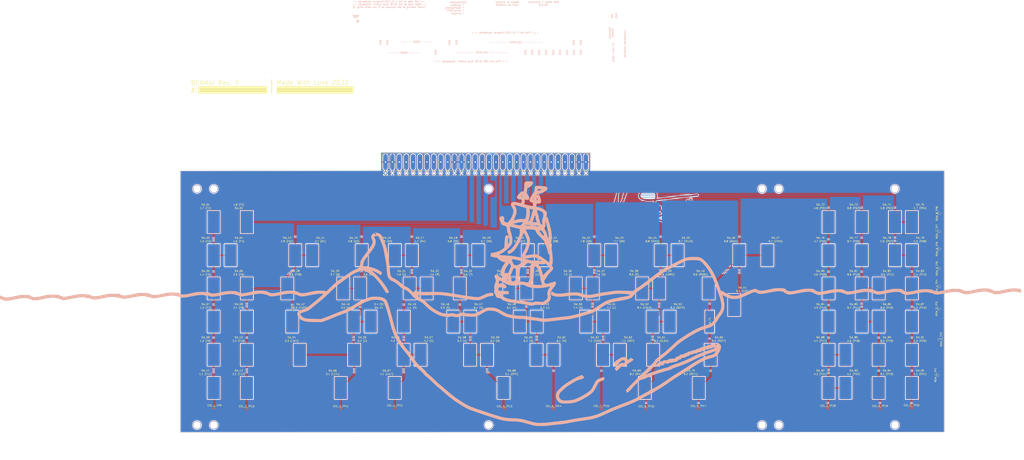
<source format=kicad_pcb>
(kicad_pcb (version 20220621) (generator pcbnew)
  (layers (0 "F.Cu" signal) (31 "B.Cu" signal) (34 "B.Paste" user) (35 "F.Paste" user) (36 "B.SilkS" user "B.Silkscreen") (37 "F.SilkS" user "F.Silkscreen") (38 "B.Mask" user) (39 "F.Mask" user) (44 "Edge.Cuts" user))
  (net 0 "")
  (net 1 "GND")
  (net 2 "COL_1")
  (net 3 "COL_2")
  (net 4 "COL_3")
  (net 5 "COL_4")
  (net 6 "COL_5")
  (net 7 "COL_6")
  (net 8 "COL_7")
  (net 9 "COL_8")
  (net 10 "COL_9")
  (net 11 "COL_A")
  (net 12 "COL_B")
  (net 13 "COL_C")
  (net 14 "COL_G")
  (net 15 "COL_F")
  (net 16 "COL_E")
  (net 17 "COL_D")
  (net 18 "ROW_8")
  (net 19 "ROW_7")
  (net 20 "ROW_6")
  (net 21 "ROW_5")
  (net 22 "ROW_4")
  (net 23 "ROW_3")
  (net 24 "ROW_1")
  (net 25 "ROW_2")
  (footprint "lib_fp:SW_CAP_IBM_B" (layer "F.Cu") (at 341.395 210.3)
    (fp_text reference "SW_52")
    (fp_text value "8,4 (COLN)")
  )
  (footprint "lib_fp:SW_CAP_IBM_B" (layer "F.Cu") (at 217.645 229.35 180)
    (fp_text reference "SW_57")
    (fp_text value "4,2 (C)")
  )
  (footprint "TestPoint:TestPoint_Pad_D1.0mm" (layer "F.Cu") (at 446.5 260.1)
    (fp_text reference "COL_A_TP18")
    (fp_text value "CA_TestPoint")
  )
  (footprint "random-keyboard-parts:Generic-Mounthole_4.6mm" (layer "F.Cu") (at 418.4 134.1)
    (fp_text reference "H5")
    (fp_text value "MountingHole")
  )
  (footprint "lib_fp:SW_CAP_IBM_B" (layer "F.Cu") (at 174.545 172.2)
    (fp_text reference "SW_15")
    (fp_text value "3,8 (02)")
  )
  (footprint "lib_fp:SW_CAP_IBM_B" (layer "F.Cu") (at 499.395 153.15 180)
    (fp_text reference "SW_75")
    (fp_text value "C,7 (P04)")
  )
  (footprint "random-keyboard-parts:Generic-Mounthole_4.6mm" (layer "F.Cu") (at 408.8 134.1)
    (fp_text reference "H10")
    (fp_text value "MountingHole")
  )
  (footprint "TestPoint:TestPoint_Pad_D1.0mm" (layer "F.Cu") (at 510.1 220.5 -90)
    (fp_text reference "ROW_2_TP2")
    (fp_text value "R2_TestPoint")
  )
  (footprint "lib_fp:SW_CAP_IBM_B" (layer "F.Cu") (at 303.295 210.3)
    (fp_text reference "SW_50")
    (fp_text value "7,4 (K)")
  )
  (footprint "lib_fp:SW_CAP_IBM_B" (layer "F.Cu") (at 326.945 172.2 180)
    (fp_text reference "SW_23")
    (fp_text value "7,7 (00)")
  )
  (footprint "lib_fp:SW_CAP_IBM_B" (layer "F.Cu") (at 89.645 229.35)
    (fp_text reference "SW_09")
    (fp_text value "1,2 (F9)")
  )
  (footprint "lib_fp:SW_CAP_IBM_B" (layer "F.Cu") (at 316.3575 191.25 180)
    (fp_text reference "SW_37")
    (fp_text value "7,6 (O)")
  )
  (footprint "lib_fp:SW_CAP_IBM_B" (layer "F.Cu") (at 227.095 210.3)
    (fp_text reference "SW_46")
    (fp_text value "5,5 (F)")
  )
  (footprint "Alectardy98:Alectardy985" (layer "F.Cu") (at 346.3 141.1)
    (fp_text reference "G***" hide)
    (fp_text value "LOGO" hide)
  )
  (footprint "TestPoint:TestPoint_Pad_D1.0mm" (layer "F.Cu") (at 316.6 260.2)
    (fp_text reference "COL_7_TP15")
    (fp_text value "C7_TestPoint")
  )
  (footprint "random-keyboard-parts:Generic-Mounthole_4.6mm" (layer "F.Cu") (at 94.4 134.1)
    (fp_text reference "H3")
    (fp_text value "MountingHole" hide)
  )
  (footprint "random-keyboard-parts:Generic-Mounthole_4.6mm" (layer "F.Cu") (at 84.8 269.7)
    (fp_text reference "H7")
    (fp_text value "MountingHole")
  )
  (footprint "lib_fp:SW_CAP_IBM_B" (layer "F.Cu") (at 442.245 172.2)
    (fp_text reference "SW_76")
    (fp_text value "A,7 (P05)")
  )
  (footprint "lib_fp:SW_CAP_IBM_B" (layer "F.Cu") (at 155.495 172.2 180)
    (fp_text reference "SW_14")
    (fp_text value "2,7 (01)")
  )
  (footprint "lib_fp:SW_CAP_IBM_B" (layer "F.Cu") (at 208.045 210.3 180)
    (fp_text reference "SW_45")
    (fp_text value "4,4 (D)")
  )
  (footprint "TestPoint:TestPoint_Pad_D1.0mm" (layer "F.Cu") (at 372.3 260.2)
    (fp_text reference "COL_9_TP17")
    (fp_text value "C9_TestPoint")
  )
  (footprint "lib_fp:SW_CAP_IBM_B" (layer "F.Cu") (at 461.295 153.15)
    (fp_text reference "SW_73")
    (fp_text value "B,8 (P02)")
  )
  (footprint "lib_fp:SW_CAP_IBM_B" (layer "F.Cu") (at 278.2575 191.25 180)
    (fp_text reference "SW_35")
    (fp_text value "6,6 (U)")
  )
  (footprint "lib_fp:SW_CAP_IBM_B" (layer "F.Cu") (at 360.445 210.3 180)
    (fp_text reference "SW_53")
    (fp_text value "8,3 (QOTE)")
  )
  (footprint "lib_fp:SW_CAP_IBM_B" (layer "F.Cu") (at 89.645 210.3)
    (fp_text reference "SW_07")
    (fp_text value "1,3 (F7)")
  )
  (footprint "beamspring card edge:BEAMSPRING-CARD-EDGE" (layer "F.Cu") (at 250.28 118.7)
    (fp_text reference "J2")
    (fp_text value "CONN_CAP_IBM_F")
  )
  (footprint "lib_fp:SW_CAP_IBM_B" (layer "F.Cu") (at 480.345 248.4 180)
    (fp_text reference "SW_94")
    (fp_text value "B,1 (P23)")
  )
  (footprint "lib_fp:SW_CAP_IBM_B" (layer "F.Cu") (at 335.4075 191.25)
    (fp_text reference "SW_38")
    (fp_text value "8,5 (P)")
  )
  (footprint "lib_fp:SW_CAP_IBM_B" (layer "F.Cu") (at 461.295 172.2)
    (fp_text reference "SW_77")
    (fp_text value "B,7 (P06)")
  )
  (footprint "lib_fp:SW_CAP_IBM_B" (layer "F.Cu") (at 89.645 191.25)
    (fp_text reference "SW_05")
    (fp_text value "1,4 (F5)")
  )
  (footprint "TestPoint:TestPoint_Pad_D1.0mm" (layer "F.Cu") (at 113.2 260.4)
    (fp_text reference "COL_2_TP10")
    (fp_text value "C2_TestPoint")
  )
  (footprint "lib_fp:SW_CAP_IBM_B" (layer "F.Cu") (at 293.845 229.35 180)
    (fp_text reference "SW_61")
    (fp_text value "6,1 (M)")
  )
  (footprint "lib_fp:SW_CAP_IBM_B" (layer "F.Cu") (at 499.395 172.2 180)
    (fp_text reference "SW_79")
    (fp_text value "C,5 (P08)")
  )
  (footprint "lib_fp:SW_CAP_IBM_B" (layer "F.Cu") (at 89.645 248.4)
    (fp_text reference "SW_11")
    (fp_text value "1,1 (F11)")
  )
  (footprint "lib_fp:SW_CAP_IBM_B" (layer "F.Cu") (at 480.345 210.3 180)
    (fp_text reference "SW_86")
    (fp_text value "B,3 (P15)")
  )
  (footprint "lib_fp:SW_CAP_IBM_B" (layer "F.Cu") (at 480.345 191.25 180)
    (fp_text reference "SW_82")
    (fp_text value " B,5 (P11)")
  )
  (footprint "lib_fp:SW_CAP_IBM_B" (layer "F.Cu") (at 499.395 229.35 180)
    (fp_text reference "SW_91")
    (fp_text value "C,2 (P20)")
  )
  (footprint "lib_fp:SW_CAP_IBM_B" (layer "F.Cu") (at 179.545 229.35 180)
    (fp_text reference "SW_55")
    (fp_text value "3,2 (Z)")
  )
  (footprint "random-keyboard-parts:Generic-Mounthole_4.6mm" (layer "F.Cu") (at 252 134.1)
    (fp_text reference "H1")
    (fp_text value "MountingHole")
  )
  (footprint "lib_fp:CAL_CAP_IBM_B" (layer "F.Cu") (at 378.745 210.3)
    (fp_text reference "SW_71")
    (fp_text value "9,4 (TEST)" hide)
  )
  (footprint "lib_fp:SW_CAP_IBM_B" (layer "F.Cu") (at 269.795 172.2)
    (fp_text reference "SW_20")
    (fp_text value "6,8 (07)")
  )
  (footprint "lib_fp:SW_CAP_IBM_B" (layer "F.Cu") (at 136.445 172.2)
    (fp_text reference "SW_13")
    (fp_text value "2,8 (ESC)")
  )
  (footprint "lib_fp:SW_CAP_IBM_B" (layer "F.Cu") (at 397.5075 200.775 180)
    (fp_text reference "SW_41")
    (fp_text value "9,5 (ENT)")
  )
  (footprint "lib_fp:SW_CAP_IBM_B" (layer "F.Cu") (at 345.995 172.2)
    (fp_text reference "SW_24")
    (fp_text value "8,8 (MINS)")
  )
  (footprint "lib_fp:SW_CAP_IBM_B" (layer "F.Cu") (at 198.595 229.35)
    (fp_text reference "SW_56")
    (fp_text value "4,3 (X)")
  )
  (footprint "lib_fp:SW_CAP_IBM_B" (layer "F.Cu") (at 259.2075 191.25)
    (fp_text reference "SW_34")
    (fp_text value "6,5 (Y)")
  )
  (footprint "lib_fp:SW_CAP_IBM_B" (layer "F.Cu") (at 416.495 172.2 180)
    (fp_text reference "SW_27")
    (fp_text value "9,7 (XTRA)")
  )
  (footprint "lib_fp:SW_CAP_IBM_B" (layer "F.Cu") (at 365.045 172.2 180)
    (fp_text reference "SW_25")
    (fp_text value "8,7 (PLUS)")
  )
  (footprint "lib_fp:SW_CAP_IBM_B" (layer "F.Cu") (at 499.395 210.3 180)
    (fp_text reference "SW_87")
    (fp_text value "C,3 (P16)")
  )
  (footprint "lib_fp:SW_CAP_IBM_B" (layer "F.Cu") (at 139.045 229.35)
    (fp_text reference "SW_54")
    (fp_text value "3,3 (LSFT)")
  )
  (footprint "lib_fp:SW_CAP_IBM_B" (layer "F.Cu") (at 336.895 248.4)
    (fp_text reference "SW_69")
    (fp_text value "8,1 (RALT)")
  )
  (footprint "lib_fp:SW_CAP_IBM_B" (layer "F.Cu") (at 240.1575 191.25 180)
    (fp_text reference "SW_33")
    (fp_text value "5,6 (T)")
  )
  (footprint "lib_fp:SW_CAP_IBM_B" (layer "F.Cu") (at 236.695 229.35)
    (fp_text reference "SW_58")
    (fp_text value "5,3 (V)")
  )
  (footprint "random-keyboard-parts:Generic-Mounthole_4.6mm" (layer "F.Cu") (at 85.6 133)
    (fp_text reference "H12")
    (fp_text value "MountingHole" hide)
  )
  (footprint "lib_fp:SW_CAP_IBM_B" (layer "F.Cu") (at 250.745 172.2 180)
    (fp_text reference "SW_19")
    (fp_text value "5,7 (06)")
  )
  (footprint "lib_fp:SW_CAP_IBM_B" (layer "F.Cu") (at 89.645 172.2)
    (fp_text reference "SW_03")
    (fp_text value "1,5 (F3)")
  )
  (footprint "lib_fp:SW_CAP_IBM_B" (layer "F.Cu") (at 367.85125 248.4)
    (fp_text reference "SW_70")
    (fp_text value "9,2 (RCTL)")
  )
  (footprint "lib_fp:SW_CAP_IBM_B" (layer "F.Cu") (at 246.145 210.3 180)
    (fp_text reference "SW_47")
    (fp_text value "5,4 (G)")
  )
  (footprint "random-keyboard-parts:Generic-Mounthole_4.6mm" (layer "F.Cu") (at 418.4 269.7)
    (fp_text reference "H6")
    (fp_text value "MountingHole")
  )
  (footprint "lib_fp:SW_CAP_IBM_B" (layer "F.Cu") (at 461.295 210.3)
    (fp_text reference "SW_85")
    (fp_text value "B,4 (P14)")
  )
  (footprint "lib_fp:SW_CAP_IBM_B" (layer "F.Cu") (at 108.695 229.35)
    (fp_text reference "SW_10")
    (fp_text value "2,2 (F10)")
  )
  (footprint "lib_fp:SW_CAP_IBM_B" (layer "F.Cu") (at 188.995 210.3 180)
    (fp_text reference "SW_44")
    (fp_text value "3,4 (S)")
  )
  (footprint "lib_fp:SW_CAP_IBM_B" (layer "F.Cu") (at 108.695 172.2 180)
    (fp_text reference "SW_04")
    (fp_text value "1,6 (F4)")
  )
  (footprint "lib_fp:SW_CAP_IBM_B" (layer "F.Cu") (at 89.645 153.15)
    (fp_text reference "SW_01")
    (fp_text value "1,7 (F1)")
  )
  (footprint "lib_fp:SW_CAP_IBM_B" (layer "F.Cu") (at 331.945 229.35 180)
    (fp_text reference "SW_63")
    (fp_text value "7,1 (DOT)")
  )
  (footprint "lib_fp:SW_CAP_IBM_B" (layer "F.Cu") (at 442.245 248.4)
    (fp_text reference "SW_92")
    (fp_text value "A,2 (P21)")
  )
  (footprint "lib_fp:SW_CAP_IBM_B" (layer "F.Cu") (at 202.0575 191.25)
    (fp_text reference "SW_31")
    (fp_text value "4,6 (E)")
  )
  (footprint "lib_fp:SW_CAP_IBM_B" (layer "F.Cu") (at 108.695 210.3)
    (fp_text reference "SW_08")
    (fp_text value "2,4 (F8)")
  )
  (footprint "lib_fp:SW_CAP_IBM_B" (layer "F.Cu") (at 350.995 229.35 180)
    (fp_text reference "SW_64")
    (fp_text value "8,2 (SLSH)")
  )
  (footprint "lib_fp:SW_CAP_IBM_B" (layer "F.Cu") (at 144.045 210.3 180)
    (fp_text reference "SW_42")
    (fp_text value "2,3 (CAPS)")
  )
  (footprint "random-keyboard-parts:Generic-Mounthole_4.6mm" (layer "F.Cu") (at 485 269.7)
    (fp_text reference "H9")
    (fp_text value "MountingHole")
  )
  (footprint "TestPoint:TestPoint_Pad_D1.0mm" (layer "F.Cu") (at 198.2 259.9)
    (fp_text reference "COL_4_TP12")
    (fp_text value "C4_TestPoint")
  )
  (footprint "TestPoint:TestPoint_Pad_D1.0mm" (layer "F.Cu") (at 476.4 260.2)
    (fp_text reference "COL_B_TP19")
    (fp_text value "CB_TestPoint")
  )
  (footprint "lib_fp:SW_CAP_IBM_B" (layer "F.Cu") (at 499.395 191.25 180)
    (fp_text reference "SW_83")
    (fp_text value "C,4 (P12)")
  )
  (footprint "lib_fp:SW_CAP_IBM_B" (layer "F.Cu") (at 231.695 172.2)
    (fp_text reference "SW_18")
    (fp_text value "5,8 (05)")
  )
  (footprint "lib_fp:SW_CAP_IBM_B" (layer "F.Cu") (at 108.695 191.25)
    (fp_text reference "SW_06")
    (fp_text value "2,5 (F6)")
  )
  (footprint "lib_fp:SW_CAP_IBM_B" (layer "F.Cu") (at 183.0075 191.25 180)
    (fp_text reference "SW_30")
    (fp_text value "3,6 (W)")
  )
  (footprint "TestPoint:TestPoint_Pad_D1.0mm" (layer "F.Cu") (at 167.2 260.3)
    (fp_text reference "COL_3_TP11")
    (fp_text value "C3_TestPoint")
  )
  (footprint "random-keyboard-parts:Generic-Mounthole_4.6mm" (layer "F.Cu") (at 94.4 269.7)
    (fp_text reference "H11")
    (fp_text value "MountingHole")
  )
  (footprint "TestPoint:TestPoint_Pad_D1.0mm" (layer "F.Cu") (at 510.5 148.3 90)
    (fp_text reference "ROW_8_TP8")
    (fp_text value "R8_TestPoint")
  )
  (footprint "TestPoint:TestPoint_Pad_D1.0mm" (layer "F.Cu") (at 289.2 260.3)
    (fp_text reference "COL_6_TP14")
    (fp_text value "C6_TestPoint")
  )
  (footprint "random-keyboard-parts:Generic-Mounthole_4.6mm" (layer "F.Cu") (at 485 134.1)
    (fp_text reference "H8")
    (fp_text value "MountingHole")
  )
  (footprint "lib_fp:SW_CAP_IBM_B" (layer "F.Cu") (at 442.245 153.15)
    (fp_text reference "SW_72")
    (fp_text value "A,8 (P01)")
  )
  (footprint "lib_fp:SW_CAP_IBM_B" (layer "F.Cu") (at 274.795 229.35)
    (fp_text reference "SW_60")
    (fp_text value "6,2 (N)")
  )
  (footprint "lib_fp:SW_CAP_IBM_B" (layer "F.Cu") (at 442.245 210.3)
    (fp_text reference "SW_84")
    (fp_text value "A,5 (P13)")
  )
  (footprint "lib_fp:SW_CAP_IBM_B" (layer "F.Cu") (at 141.2075 191.25 180)
    (fp_text reference "SW_28")
    (fp_text value "2,6 (TAB)")
  )
  (footprint "lib_fp:SW_CAP_IBM_B" (layer "F.Cu") (at 391.045 172.2)
    (fp_text reference "SW_26")
    (fp_text value "9,8 (BACK)")
  )
  (footprint "lib_fp:SW_CAP_IBM_B" (layer "F.Cu") (at 480.345 229.35 180)
    (fp_text reference "SW_90")
    (fp_text value "B,2 (P19)")
  )
  (footprint "lib_fp:SW_CAP_IBM_B" (layer "F.Cu") (at 322.345 210.3 180)
    (fp_text reference "SW_51")
    (fp_text value "7,3 (L)")
  )
  (footprint "lib_fp:SW_CAP_IBM_B" (layer "F.Cu") (at 480.345 153.15)
    (fp_text reference "SW_74")
    (fp_text value "C,8 (P03)")
  )
  (footprint "lib_fp:SW_CAP_IBM_B" (layer "F.Cu") (at 461.295 248.4 180)
    (fp_text reference "SW_93")
    (fp_text value "A,1 (P22)")
  )
  (footprint "lib_fp:SW_CAP_IBM_B" (layer "F.Cu") (at 373.5075 191.25)
    (fp_text reference "SW_40")
    (fp_text value "9,6 (RBRC)")
  )
  (footprint "lib_fp:SW_CAP_IBM_B" (layer "F.Cu") (at 354.4575 191.25 180)
    (fp_text reference "SW_39")
    (fp_text value "8,6 (LBRC)")
  )
  (footprint "TestPoint:TestPoint_Pad_D1.0mm" (layer "F.Cu") (at 510.4 190.3 90)
    (fp_text reference "ROW_4_TP4")
    (fp_text value "R4_TestPoint")
  )
  (footprint "lib_fp:SW_CAP_IBM_B" (layer "F.Cu") (at 255.745 229.35 180)
    (fp_text reference "SW_59")
    (fp_text value "5,2 (B)")
  )
  (footprint "TestPoint:TestPoint_Pad_D1.0mm" (layer "F.Cu") (at 342.3 260.4)
    (fp_text reference "COL_8_TP16")
    (fp_text value "C8_TestPoint")
  )
  (footprint "lib_fp:SW_CAP_IBM_B" (layer "F.Cu") (at 383.995 229.35 180)
    (fp_text reference "SW_65")
    (fp_text value "9,3 (RSFT)")
  )
  (footprint "lib_fp:SW_CAP_IBM_B" (layer "F.Cu") (at 265.195 210.3)
    (fp_text reference "SW_48")
    (fp_text value "6,4 (H)")
  )
  (footprint "lib_fp:SW_CAP_IBM_B" (layer "F.Cu") (at 221.1075 191.25 180)
    (fp_text reference "SW_32")
    (fp_text value "4,5 (R)")
  )
  (footprint "lib_fp:SW_CAP_IBM_B" (layer "F.Cu") (at 499.395 248.4 180)
    (fp_text reference "SW_95")
    (fp_text value "C,1 (P24)")
  )
  (footprint "TestPoint:TestPoint_Pad_D1.0mm" (layer "F.Cu") (at 510.5 168.7 90)
    (fp_text reference "ROW_6_TP6")
    (fp_text value "R6_TestPoint")
  )
  (footprint "random-keyboard-parts:Generic-Mounthole_4.6mm" (layer "F.Cu") (at 408.8 269.7)
    (fp_text reference "H4")
    (fp_text value "MountingHole")
  )
  (footprint "TestPoint:TestPoint_Pad_D1.0mm" (layer "F.Cu") (at 510.5 158.6 90)
    (fp_text reference "ROW_7_TP7")
    (fp_text value "R7_TestPoint")
  )
  (footprint "lib_fp:SW_CAP_IBM_B" (layer "F.Cu") (at 442.245 191.25)
    (fp_text reference "SW_80")
    (fp_text value "A,6 (P09)")
  )
  (footprint "lib_fp:SW_CAP_IBM_B" (layer "F.Cu") (at 312.895 229.35)
    (fp_text reference "SW_62")
    (fp_text value "7,2 (COM)")
  )
  (footprint "lib_fp:SW_CAP_IBM_B" (layer "F.Cu") (at 461.295 229.35 180)
    (fp_text reference "SW_89")
    (fp_text value "A,3 (P18)")
  )
  (footprint "lib_fp:SW_CAP_IBM_B" (layer "F.Cu") (at 193.595 172.2)
    (fp_text reference "SW_16")
    (fp_text value "4,8 (03)")
  )
  (footprint "TestPoint:TestPoint_Pad_D1.0mm" (layer "F.Cu") (at 261.1 260.4)
    (fp_text reference "COL_5_TP13")
    (fp_text value "C5_TestPoint")
  )
  (footprint "TestPoint:TestPoint_Pad_D1.0mm" (layer "F.Cu") (at 510.3 203 90)
    (fp_text reference "ROW_3_TP3")
    (fp_text value "R3_TestPoint")
  )
  (footprint "lib_fp:SW_CAP_IBM_B" (layer "F.Cu") (at 442.245 229.35)
    (fp_text reference "SW_88")
    (fp_text value "A,4 (P17)")
  )
  (footprint "lib_fp:SW_CAP_IBM_B" (layer "F.Cu") (at 288.845 172.2 180)
    (fp_text reference "SW_21")
    (fp_text value "6,7 (08)")
  )
  (footprint "lib_fp:SW_CAP_IBM_B" (layer "F.Cu") (at 212.645 172.2 180)
    (fp_text reference "SW_17")
    (fp_text value "4,7 (04)")
  )
  (footprint "TestPoint:TestPoint_Pad_D1.0mm" (layer "F.Cu") (at 509.7 241 90)
    (fp_text reference "ROW_1_TP1")
    (fp_text value "R1_TestPoint")
  )
  (footprint "lib_fp:SW_CAP_IBM_B" (layer "F.Cu") (at 163.9575 191.25)
    (fp_text reference "SW_29")
    (fp_text value "3,7 (Q)")
  )
  (footprint "art:BEAMal_art2" (layer "F.Cu") (at 273.7 202.5)
    (fp_text reference "G***" hide)
    (fp_text value "LOGO" hide)
  )
  (footprint "random-keyboard-parts:Generic-Mounthole_4.6mm" (layer "F.Cu") (at 252 269.7)
    (fp_text reference "H2")
    (fp_text value "MountingHole")
  )
  (footprint "lib_fp:SW_CAP_IBM_B" (layer "F.Cu") (at 108.695 248.4)
    (fp_text reference "SW_12")
    (fp_text value "2,1 (F12)")
  )
  (footprint "TestPoint:TestPoint_Pad_D1.0mm" (layer "F.Cu") (at 510.5 179.8 90)
    (fp_text reference "ROW_5_TP5")
    (fp_text value "R5_TestPoint")
  )
  (footprint "TestPoint:TestPoint_Pad_D1.0mm" (layer "F.Cu") (at 494.5 259.8)
    (fp_text reference "COL_C_TP20")
    (fp_text value "CC_TestPoint")
  )
  (footprint "lib_fp:SW_CAP_IBM_B" (layer "F.Cu") (at 297.3075 191.25)
    (fp_text reference "SW_36")
    (fp_text value "7,5 (I)")
  )
  (footprint "lib_fp:SW_CAP_IBM_B" (layer "F.Cu") (at 265.195 248.4 180)
    (fp_text reference "SW_68")
    (fp_text value "5,1 (SPC)")
  )
  (footprint "lib_fp:SW_CAP_IBM_B" (layer "F.Cu") (at 162.53875 248.4)
    (fp_text reference "SW_66")
    (fp_text value "3,1 (LCTL)")
  )
  (footprint "TestPoint:TestPoint_Pad_D1.0mm" (layer "F.Cu") (at 94.7 259.9)
    (fp_text reference "COL_1_TP9")
    (fp_text value "C1_TestPoint")
  )
  (footprint "lib_fp:CONN_CAP_IBM_F" (layer "F.Cu") (at 192.88 125.1 90)
    (fp_text reference "J1" hide)
    (fp_text value "CONN_CAP_IBM_F")
  )
  (footprint "lib_fp:SW_CAP_IBM_B" (layer "F.Cu") (at 193.495 248.4)
    (fp_text reference "SW_67")
    (fp_text value "4,1 (LALT)")
  )
  (footprint "lib_fp:SW_CAP_IBM_B" (layer "F.Cu") (at 307.895 172.2)
    (fp_text reference "SW_22")
    (fp_text value "7,8 (09)")
  )
  (footprint "lib_fp:SW_CAP_IBM_B" (layer "F.Cu") (at 461.295 191.25)
    (fp_text reference "SW_81")
    (fp_text value "B,6 (P10)")
  )
  (footprint "lib_fp:SW_CAP_IBM_B" (layer "F.Cu") (at 169.945 210.3)
    (fp_text reference "SW_43")
    (fp_text value "3,5 (A)")
  )
  (footprint "lib_fp:SW_CAP_IBM_B" (layer "F.Cu") (at 108.695 153.15)
    (fp_text reference "SW_02")
    (fp_text value "1,8 (F2)")
  )
  (footprint "lib_fp:SW_CAP_IBM_B" (layer "F.Cu") (at 284.245 210.3 180)
    (fp_text reference "SW_49")
    (fp_text value "6,3 (J)")
  )
  (footprint "lib_fp:SW_CAP_IBM_B" (layer "F.Cu") (at 480.345 172.2)
    (fp_text reference "SW_78")
    (fp_text value "C,6 (P07)")
  )
  (gr_poly (pts (xy 174.5 79.3) (xy 130.6 79.3) (xy 130.6 75.3) (xy 174.5 75.3)) (stroke (width 0.1)) (fill solid) (layer "F.SilkS"))
  (gr_line (start 127.6 79.3) (end 127.6 71.3) (stroke (width 0.5)) (layer "F.SilkS"))
  (gr_poly (pts (xy 125.1 79.3) (xy 85.6 79.3) (xy 85.6 75.3) (xy 125.1 75.3)) (stroke (width 0.1)) (fill solid) (layer "F.SilkS"))
  (gr_line (start 310.3 123.7) (end 310.3 114.5) (stroke (width 0.2)) (layer "Edge.Cuts"))
  (gr_line (start 310.3 113.4) (end 310.3 113.7) (stroke (width 0.2)) (layer "Edge.Cuts"))
  (gr_line (start 75.3 273.8) (end 513.3 273.7) (stroke (width 0.2)) (layer "Edge.Cuts"))
  (gr_line (start 513.3 273.7) (end 513.3 123.7) (stroke (width 0.2)) (layer "Edge.Cuts"))
  (gr_line (start 75.3 123.8) (end 75.3 273.8) (stroke (width 0.2)) (layer "Edge.Cuts"))
  (gr_line (start 310.3 113.7) (end 310.3 114.5) (stroke (width 0.2)) (layer "Edge.Cuts"))
  (gr_line (start 190.3 113.3) (end 190.3 113.6) (stroke (width 0.2)) (layer "Edge.Cuts"))
  (gr_line (start 190.3 114.4) (end 190.3 113.6) (stroke (width 0.2)) (layer "Edge.Cuts"))
  (gr_line (start 190.3 113.3) (end 310.3 113.4) (stroke (width 0.2)) (layer "Edge.Cuts"))
  (gr_line (start 75.3 123.8) (end 190.3 123.7) (stroke (width 0.2)) (layer "Edge.Cuts"))
  (gr_line (start 190.3 123.7) (end 190.3 114.4) (stroke (width 0.2)) (layer "Edge.Cuts"))
  (gr_line (start 513.3 123.7) (end 310.3 123.7) (stroke (width 0.2)) (layer "Edge.Cuts"))
  (gr_text "GND" (at 229.52 50.07 270) (layer "B.SilkS") (effects (font (size 1 1)) (justify mirror)))
  (gr_text "GND" (at 300.8 50.07 270) (layer "B.SilkS") (effects (font (size 1 1)) (justify mirror)))
  (gr_text "RST" (at 322.64 34.78 270) (layer "B.SilkS") (effects (font (size 1 1)) (justify mirror)))
  (gr_text "Contributors:\n  * pandrew\n  * listofoptions\n  * kmnov2017\n  * tentator" (at 239.466 30.174) (layer "B.SilkS") (effects (font (size 1 1)) (justify left mirror)))
  (gr_text "↑↑↑ Pins for: IBM 3178 \"blue switch\" keyboards ↑↑↑" (at 263.596 60.908) (layer "B.SilkS") (effects (font (size 1 1)) (justify left mirror)))
  (gr_text "Solenoid\nHeader" (at 322.31 44.56 90) (layer "B.SilkS") (effects (font (size 1 1)) (justify mirror)))
  (gr_text "AT Lock Lights" (at 323.45 55.86 90) (layer "B.SilkS") (effects (font (size 1 1)) (justify mirror)))
  (gr_text "Based on original\nwork by xwhatsit" (at 262.58 27.634) (layer "B.SilkS") (effects (font (size 1 1)) (justify mirror)))
  (gr_text "GND" (at 325.14 34.63 270) (layer "B.SilkS") (effects (font (size 1 1)) (justify mirror)))
  (gr_text "Voltage" (at 175.91 35.39) (layer "B.SilkS") (effects (font (size 0.5 0.5) (thickness 0.125)) (justify mirror)))
  (gr_text "→→ Left side of the F AT/122/Unsaver keyboards →→\n→→ Right side ot the 3178 'blue switch' keyboards →→\n(when looking at the keycaps as if you were using it)" (at 173.934 28.142) (layer "B.SilkS") (effects (font (size 1 1)) (justify right mirror)))
  (gr_text "EXPANSION HEADERS" (at 330.27 50.88 90) (layer "B.SilkS") (effects (font (size 1 1)) (justify mirror)))
  (gr_text "--------- COLUMNS ---------" (at 248.11 55.81) (layer "B.SilkS") (effects (font (size 1 1)) (justify mirror)))
  (gr_text "GND" (at 304.8 50.07 270) (layer "B.SilkS") (effects (font (size 1 1)) (justify mirror)))
  (gr_text "DAC" (at 176.97 37.43) (layer "B.SilkS") (effects (font (size 0.5 0.5) (thickness 0.125)) (justify mirror)))
  (gr_text "GND" (at 280.935 55.81 270) (layer "B.SilkS") (effects (font (size 1 1)) (justify mirror)))
  (gr_text "----- ROWS -----" (at 210.66 49.68) (layer "B.SilkS") (effects (font (size 1 1)) (justify mirror)))
  (gr_text "GND" (at 284.91 55.81 270) (layer "B.SilkS") (effects (font (size 1 1)) (justify mirror)))
  (gr_text "↓↓↓ Pins for: F AT/122/Unsaver keyboards ↓↓↓" (at 280.791429 44.398) (layer "B.SilkS") (effects (font (size 1 1)) (justify left mirror)))
  (gr_text "--------- COLUMNS ---------" (at 267.55 49.98) (layer "B.SilkS") (effects (font (size 1 1)) (justify mirror)))
  (gr_text "GND" (at 289.05 55.81 270) (layer "B.SilkS") (effects (font (size 1 1)) (justify mirror)))
  (gr_text "GND" (at 304.77 55.81 270) (layer "B.SilkS") (effects (font (size 1 1)) (justify mirror)))
  (gr_text "GND" (at 300.89 55.81 270) (layer "B.SilkS") (effects (font (size 1 1)) (justify mirror)))
  (gr_text "SMD Model F Controller\nRev1.0" (at 283.4 27.68) (layer "B.SilkS") (effects (font (size 1 1)) (justify mirror)))
  (gr_text "Vout" (at 176.92 38.155) (layer "B.SilkS") (effects (font (size 0.5 0.5) (thickness 0.125)) (justify mirror)))
  (gr_text "GND" (at 193.89 50.07 270) (layer "B.SilkS") (effects (font (size 1 1)) (justify mirror)))
  (gr_text "GND" (at 221.56 55.81 270) (layer "B.SilkS") (effects (font (size 1 1)) (justify mirror)))
  (gr_text "GND" (at 233.55 50.07 270) (layer "B.SilkS") (effects (font (size 1 1)) (justify mirror)))
  (gr_text "GND" (at 292.9 55.81 270) (layer "B.SilkS") (effects (font (size 1 1)) (justify mirror)))
  (gr_text "GND" (at 189.94 50.07 270) (layer "B.SilkS") (effects (font (size 1 1)) (justify mirror)))
  (gr_text "Threshold" (at 175.91 34.59) (layer "B.SilkS") (effects (font (size 0.5 0.5) (thickness 0.125)) (justify mirror)))
  (gr_text "GND" (at 276.96 55.81 270) (layer "B.SilkS") (effects (font (size 1 1)) (justify mirror)))
  (gr_text "----- ROWS -----" (at 203.48 55.96) (layer "B.SilkS") (effects (font (size 1 1)) (justify mirror)))
  (gr_text "GND" (at 296.89 55.81 270) (layer "B.SilkS") (effects (font (size 1 1)) (justify mirror)))
  (gr_text "GND" (at 273.09 55.81 270) (layer "B.SilkS") (effects (font (size 1 1)) (justify mirror)))
  (gr_text "Made With Love 2022" (at 130.09 73.06) (layer "F.SilkS") (effects (font (size 2.54 2.54) (thickness 0.3)) (justify left)))
  (gr_text "BEAMal Rev. 1\n#: 0" (at 81.1 75.3) (layer "F.SilkS") (effects (font (size 2.54 2.54) (thickness 0.3)) (justify left)))
  (segment (start 196.82 118.7) (end 196.82 125.08) (width 0.25) (layer "B.Cu") (net 1))
  (segment (start 192.86 125.08) (end 192.88 125.1) (width 0.25) (layer "B.Cu") (net 1))
  (segment (start 192.86 118.7) (end 192.86 125.08) (width 0.25) (layer "B.Cu") (net 1))
  (segment (start 232.46 125.08) (end 232.48 125.1) (width 0.25) (layer "B.Cu") (net 1))
  (segment (start 196.84 125.1) (end 192.88 125.1) (width 0.25) (layer "B.Cu") (net 1))
  (segment (start 232.46 118.7) (end 232.46 125.08) (width 0.25) (layer "B.Cu") (net 1))
  (segment (start 236.42 118.7) (end 236.42 125.08) (width 0.25) (layer "B.Cu") (net 1))
  (segment (start 307.7 125.08) (end 307.72 125.1) (width 0.25) (layer "B.Cu") (net 1))
  (segment (start 303.74 118.7) (end 303.74 125.08) (width 0.25) (layer "B.Cu") (net 1))
  (segment (start 303.74 125.08) (end 303.76 125.1) (width 0.25) (layer "B.Cu") (net 1))
  (segment (start 236.44 125.1) (end 232.48 125.1) (width 0.25) (layer "B.Cu") (net 1))
  (segment (start 307.7 118.7) (end 307.7 125.08) (width 0.25) (layer "B.Cu") (net 1))
  (segment (start 196.82 125.08) (end 196.84 125.1) (width 0.25) (layer "B.Cu") (net 1))
  (segment (start 236.42 125.08) (end 236.44 125.1) (width 0.25) (layer "B.Cu") (net 1))
  (segment (start 240.38 118.7) (end 240.38 153.02) (width 0.25) (layer "B.Cu") (net 2))
  (segment (start 113.37 153.15) (end 240.15 153.15) (width 0.25) (layer "B.Cu") (net 2))
  (segment (start 94.7 259.9) (end 94.7 248.78) (width 0.25) (layer "B.Cu") (net 2))
  (segment (start 94.32 172.2) (end 94.32 191.25) (width 0.25) (layer "B.Cu") (net 2))
  (segment (start 240.38 125.08) (end 240.4 125.1) (width 0.25) (layer "B.Cu") (net 2))
  (segment (start 240.15 153.15) (end 240.2 153.2) (width 0.25) (layer "B.Cu") (net 2))
  (segment (start 94.7 248.78) (end 94.32 248.4) (width 0.25) (layer "B.Cu") (net 2))
  (segment (start 240.2 153.2) (end 240.38 153.02) (width 0.25) (layer "B.Cu") (net 2))
  (segment (start 94.32 191.25) (end 94.32 190.98) (width 0.25) (layer "B.Cu") (net 2))
  (segment (start 94.32 210.3) (end 94.32 229.35) (width 0.25) (layer "B.Cu") (net 2))
  (segment (start 240.38 118.7) (end 240.38 125.08) (width 0.25) (layer "B.Cu") (net 2))
  (segment (start 94.32 190.98) (end 94.32 210.3) (width 0.25) (layer "B.Cu") (net 2))
  (segment (start 94.32 153.15) (end 94.32 172.2) (width 0.25) (layer "B.Cu") (net 2))
  (segment (start 94.32 229.35) (end 94.32 248.4) (width 0.25) (layer "B.Cu") (net 2))
  (segment (start 104.02 172.2) (end 94.32 172.2) (width 0.25) (layer "B.Cu") (net 2))
  (segment (start 136.5325 183.8675) (end 141.12 179.28) (width 0.25) (layer "B.Cu") (net 3))
  (segment (start 244.34 154.06) (end 244.34 118.7) (width 0.25) (layer "B.Cu") (net 3))
  (segment (start 141.12 179.28) (end 141.12 172.2) (width 0.25) (layer "B.Cu") (net 3))
  (segment (start 113.2 248.57) (end 113.37 248.4) (width 0.25) (layer "B.Cu") (net 3))
  (segment (start 113.2 260.4) (end 113.2 248.57) (width 0.25) (layer "B.Cu") (net 3))
  (segment (start 141.1 154) (end 244.2 154) (width 0.25) (layer "B.Cu") (net 3))
  (segment (start 136.5325 191.25) (end 136.5325 183.8675) (width 0.25) (layer "B.Cu") (net 3))
  (segment (start 150.82 172.2) (end 141.12 172.2) (width 0.25) (layer "B.Cu") (net 3))
  (segment (start 113.37 210.3) (end 113.37 229.35) (width 0.25) (layer "B.Cu") (net 3))
  (segment (start 136.5325 191.25) (end 113.37 191.25) (width 0.25) (layer "B.Cu") (net 3))
  (segment (start 113.37 229.35) (end 113.37 248.4) (width 0.25) (layer "B.Cu") (net 3))
  (segment (start 141.12 154.02) (end 141.1 154) (width 0.25) (layer "B.Cu") (net 3))
  (segment (start 139.37 194.0875) (end 136.5325 191.25) (width 0.25) (layer "B.Cu") (net 3))
  (segment (start 244.34 118.7) (end 244.34 125.08) (width 0.25) (layer "B.Cu") (net 3))
  (segment (start 139.37 210.3) (end 139.37 194.0875) (width 0.25) (layer "B.Cu") (net 3))
  (segment (start 244.34 125.08) (end 244.36 125.1) (width 0.25) (layer "B.Cu") (net 3))
  (segment (start 244.3 154.1) (end 244.34 154.06) (width 0.25) (layer "B.Cu") (net 3))
  (segment (start 113.37 191.25) (end 113.37 210.3) (width 0.25) (layer "B.Cu") (net 3))
  (segment (start 141.12 172.2) (end 141.12 154.02) (width 0.25) (layer "B.Cu") (net 3))
  (segment (start 174.62 229.1) (end 174.87 229.35) (width 0.25) (layer "B.Cu") (net 4))
  (segment (start 248.3 118.7) (end 248.3 154.9) (width 0.25) (layer "B.Cu") (net 4))
  (segment (start 179.22 155.12) (end 179.2 155.1) (width 0.25) (layer "B.Cu") (net 4))
  (segment (start 167.2 248.41375) (end 167.21375 248.4) (width 0.25) (layer "B.Cu") (net 4))
  (segment (start 179.22 190.3625) (end 178.3325 191.25) (width 0.25) (layer "B.Cu") (net 4))
  (segment (start 178.3325 191.25) (end 168.6325 191.25) (width 0.25) (layer "B.Cu") (net 4))
  (segment (start 179.2 155.1) (end 248.1 155.1) (width 0.25) (layer "B.Cu") (net 4))
  (segment (start 179.22 172.2) (end 179.22 155.12) (width 0.25) (layer "B.Cu") (net 4))
  (segment (start 167.2 260.3) (end 167.2 248.41375) (width 0.25) (layer "B.Cu") (net 4))
  (segment (start 248.3 118.7) (end 248.3 125.08) (width 0.25) (layer "B.Cu") (net 4))
  (segment (start 178.3325 191.25) (end 178.3325 206.5875) (width 0.25) (layer "B.Cu") (net 4))
  (segment (start 174.87 229.35) (end 174.87 240.74375) (width 0.25) (layer "B.Cu") (net 4))
  (segment (start 174.62 210.3) (end 174.62 229.1) (width 0.25) (layer "B.Cu") (net 4))
  (segment (start 248.3 154.9) (end 248.1 155.1) (width 0.25) (layer "B.Cu") (net 4))
  (segment (start 179.22 172.2) (end 179.22 190.3625) (width 0.25) (layer "B.Cu") (net 4))
  (segment (start 184.32 210.3) (end 174.62 210.3) (width 0.25) (layer "B.Cu") (net 4))
  (segment (start 248.3 125.08) (end 248.32 125.1) (width 0.25) (layer "B.Cu") (net 4))
  (segment (start 174.87 240.74375) (end 167.21375 248.4) (width 0.25) (layer "B.Cu") (net 4))
  (segment (start 174.87 229.35) (end 143.72 229.35) (width 0.25) (layer "B.Cu") (net 4))
  (segment (start 178.3325 206.5875) (end 174.62 210.3) (width 0.25) (layer "B.Cu") (net 4))
  (segment (start 207.97 190.0125) (end 206.7325 191.25) (width 0.25) (layer "B.Cu") (net 5))
  (segment (start 208 156) (end 252.2 156) (width 0.25) (layer "B.Cu") (net 5))
  (segment (start 255 130.1) (end 255 138) (width 0.25) (layer "B.Cu") (net 5))
  (segment (start 203.27 243.3) (end 198.17 248.4) (width 0.25) (layer "B.Cu") (net 5))
  (segment (start 252.3 155.9) (end 252.3 138.1) (width 0.25) (layer "B.Cu") (net 5))
  (segment (start 198.27 172.2) (end 207.97 172.2) (width 0.25) (layer "B.Cu") (net 5))
  (segment (start 207.97 172.2) (end 207.97 190.0125) (width 0.25) (layer "B.Cu") (net 5))
  (segment (start 207.97 172.2) (end 207.97 156.03) (width 0.25) (layer "B.Cu") (net 5))
  (segment (start 252.26 118.7) (end 252.26 125.08) (width 0.25) (layer "B.Cu") (net 5))
  (segment (start 203.27 229.35) (end 203.27 243.3) (width 0.25) (layer "B.Cu") (net 5))
  (segment (start 252.26 118.7) (end 252.26 129.86) (width 0.25) (layer "B.Cu") (net 5))
  (segment (start 252.26 125.08) (end 252.28 125.1) (width 0.25) (layer "B.Cu") (net 5))
  (segment (start 216.4325 191.25) (end 206.7325 191.25) (width 0.25) (layer "B.Cu") (net 5))
  (segment (start 212.97 229.35) (end 203.27 229.35) (width 0.25) (layer "B.Cu") (net 5))
  (segment (start 252.2 156) (end 252.3 155.9) (width 0.25) (layer "B.Cu") (net 5))
  (segment (start 198.2 259.9) (end 198.2 248.43) (width 0.25) (layer "B.Cu") (net 5))
  (segment (start 203.37 210.3) (end 203.37 194.6125) (width 0.25) (layer "B.Cu") (net 5))
  (segment (start 252.5 130.1) (end 255 130.1) (width 0.25) (layer "B.Cu") (net 5))
  (segment (start 255 138) (end 254.9 138.1) (width 0.25) (layer "B.Cu") (net 5))
  (segment (start 203.37 194.6125) (end 206.7325 191.25) (width 0.25) (layer "B.Cu") (net 5))
  (segment (start 203.37 210.3) (end 203.37 229.25) (width 0.25) (layer "B.Cu") (net 5))
  (segment (start 252.26 129.86) (end 252.5 130.1) (width 0.25) (layer "B.Cu") (net 5))
  (segment (start 207.97 156.03) (end 208 156) (width 0.25) (layer "B.Cu") (net 5))
  (segment (start 254.9 138.1) (end 252.3 138.1) (width 0.25) (layer "B.Cu") (net 5))
  (segment (start 203.37 229.25) (end 203.27 229.35) (width 0.25) (layer "B.Cu") (net 5))
  (segment (start 198.2 248.43) (end 198.17 248.4) (width 0.25) (layer "B.Cu") (net 5))
  (segment (start 256.22 125.08) (end 256.24 125.1) (width 0.25) (layer "B.Cu") (net 6))
  (segment (start 260.52 259.82) (end 261.1 260.4) (width 0.25) (layer "B.Cu") (net 6))
  (segment (start 236.37 172.2) (end 236.37 157.03) (width 0.25) (layer "B.Cu") (net 6))
  (segment (start 257.4 126.26) (end 257.4 156.9) (width 0.25) (layer "B.Cu") (net 6))
  (segment (start 236.4 157) (end 257.3 157) (width 0.25) (layer "B.Cu") (net 6))
  (segment (start 256.22 118.7) (end 256.22 125.08) (width 0.25) (layer "B.Cu") (net 6))
  (segment (start 231.77 210.3) (end 241.47 210.3) (width 0.25) (layer "B.Cu") (net 6))
  (segment (start 241.47 229.25) (end 241.37 229.35) (width 0.25) (layer "B.Cu") (net 6))
  (segment (start 235.4825 206.5875) (end 231.77 210.3) (width 0.25) (layer "B.Cu") (net 6))
  (segment (start 256.24 125.1) (end 257.4 126.26) (width 0.25) (layer "B.Cu") (net 6))
  (segment (start 236.37 157.03) (end 236.4 157) (width 0.25) (layer "B.Cu") (net 6))
  (segment (start 241.47 210.3) (end 241.47 229.25) (width 0.25) (layer "B.Cu") (net 6))
  (segment (start 235.4825 191.25) (end 235.4825 206.5875) (width 0.25) (layer "B.Cu") (net 6))
  (segment (start 251.07 238.95) (end 260.52 248.4) (width 0.25) (layer "B.Cu") (net 6))
  (segment (start 260.52 248.4) (end 260.52 259.82) (width 0.25) (layer "B.Cu") (net 6))
  (segment (start 251.07 229.35) (end 251.07 238.95) (width 0.25) (layer "B.Cu") (net 6))
  (segment (start 257.4 156.9) (end 257.3 157) (width 0.25) (layer "B.Cu") (net 6))
  (segment (start 236.37 172.2) (end 236.37 190.3625) (width 0.25) (layer "B.Cu") (net 6))
  (segment (start 241.37 229.35) (end 251.07 229.35) (width 0.25) (layer "B.Cu") (net 6))
  (segment (start 236.37 190.3625) (end 235.4825 191.25) (width 0.25) (layer "B.Cu") (net 6))
  (segment (start 246.07 172.2) (end 236.37 172.2) (width 0.25) (layer "B.Cu") (net 6))
  (segment (start 289.17 259.43) (end 289.17 260.13) (width 0.25) (layer "B.Cu") (net 7))
  (segment (start 274.47 172.2) (end 274.47 190.3625) (width 0.25) (layer "B.Cu") (net 7))
  (segment (start 284.1 143.1) (end 284.17 143.17) (width 0.25) (layer "B.Cu") (net 7))
  (segment (start 289.2 260.3) (end 289.2 259.46) (width 0.25) (layer "B.Cu") (net 7))
  (segment (start 289.2 259.46) (end 289.17 259.43) (width 0.25) (layer "B.Cu") (net 7))
  (segment (start 260.18 118.7) (end 260.18 125.08) (width 0.25) (layer "B.Cu") (net 7))
  (segment (start 289.17 260.13) (end 289.1 260.2) (width 0.25) (layer "B.Cu") (net 7))
  (segment (start 279.47 229.35) (end 289.17 229.35) (width 0.25) (layer "B.Cu") (net 7))
  (segment (start 274.47 190.3625) (end 273.5825 191.25) (width 0.25) (layer "B.Cu") (net 7))
  (segment (start 260.18 142.88) (end 260.4 143.1) (width 0.25) (layer "B.Cu") (net 7))
  (segment (start 273.5825 191.25) (end 263.8825 191.25) (width 0.25) (layer "B.Cu") (net 7))
  (segment (start 260.18 125.08) (end 260.2 125.1) (width 0.25) (layer "B.Cu") (net 7))
  (segment (start 273.5825 206.5875) (end 269.87 210.3) (width 0.25) (layer "B.Cu") (net 7))
  (segment (start 284.17 143.17) (end 284.17 172.2) (width 0.25) (layer "B.Cu") (net 7))
  (segment (start 284.17 172.2) (end 274.47 172.2) (width 0.25) (layer "B.Cu") (net 7))
  (segment (start 279.57 210.3) (end 279.57 229.25) (width 0.25) (layer "B.Cu") (net 7))
  (segment (start 273.5825 191.25) (end 273.5825 206.5875) (width 0.25) (layer "B.Cu") (net 7))
  (segment (start 260.18 118.7) (end 260.18 142.88) (width 0.25) (layer "B.Cu") (net 7))
  (segment (start 279.57 229.25) (end 279.47 229.35) (width 0.25) (layer "B.Cu") (net 7))
  (segment (start 289.17 229.35) (end 289.17 259.43) (width 0.25) (layer "B.Cu") (net 7))
  (segment (start 260.4 143.1) (end 284.1 143.1) (width 0.25) (layer "B.Cu") (net 7))
  (segment (start 269.87 210.3) (end 279.57 210.3) (width 0.25) (layer "B.Cu") (net 7))
  (segment (start 312.57 172.2) (end 312.57 142.03) (width 0.25) (layer "B.Cu") (net 8))
  (segment (start 311.6825 191.25) (end 311.6825 206.5875) (width 0.25) (layer "B.Cu") (net 8))
  (segment (start 316.6 236.1) (end 316.5 236) (width 0.2) (layer "B.Cu") (net 8))
  (segment (start 311.6825 206.5875) (end 307.97 210.3) (width 0.25) (layer "B.Cu") (net 8))
  (segment (start 264.14 118.7) (end 264.14 125.08) (width 0.25) (layer "B.Cu") (net 8))
  (segment (start 301.9825 191.25) (end 311.6825 191.25) (width 0.25) (layer "B.Cu") (net 8))
  (segment (start 317.57 229.35) (end 327.27 229.35) (width 0.25) (layer "B.Cu") (net 8))
  (segment (start 312.57 190.3625) (end 311.6825 191.25) (width 0.25) (layer "B.Cu") (net 8))
  (segment (start 264.14 141.94) (end 264.2 142) (width 0.25) (layer "B.Cu") (net 8))
  (segment (start 322.27 172.2) (end 312.57 172.2) (width 0.25) (layer "B.Cu") (net 8))
  (segment (start 264.14 118.7) (end 264.14 141.94) (width 0.25) (layer "B.Cu") (net 8))
  (segment (start 317.67 229.25) (end 317.57 229.35) (width 0.25) (layer "B.Cu") (net 8))
  (segment (start 312.57 172.2) (end 312.57 190.3625) (width 0.25) (layer "B.Cu") (net 8))
  (segment (start 307.97 210.3) (end 317.67 210.3) (width 0.25) (layer "B.Cu") (net 8))
  (segment (start 312.6 142) (end 264.2 142) (width 0.25) (layer "B.Cu") (net 8))
  (segment (start 316.6 260.2) (end 316.6 230.32) (width 0.2) (layer "B.Cu") (net 8))
  (segment (start 317.67 210.3) (end 317.67 229.25) (width 0.25) (layer "B.Cu") (net 8))
  (segment (start 264.14 125.08) (end 264.16 125.1) (width 0.25) (layer "B.Cu") (net 8))
  (segment (start 316.6 230.32) (end 317.57 229.35) (width 0.2) (layer "B.Cu") (net 8))
  (segment (start 312.57 142.03) (end 312.6 142) (width 0.25) (layer "B.Cu") (net 8))
  (segment (start 316.6 260.2) (end 316.6 236.1) (width 0.2) (layer "B.Cu") (net 8))
  (segment (start 268.1 125.08) (end 268.12 125.1) (width 0.25) (layer "B.Cu") (net 9))
  (segment (start 346.07 229.1) (end 346.32 229.35) (width 0.25) (layer "B.Cu") (net 9))
  (segment (start 350.67 141.23) (end 350.8 141.1) (width 0.25) (layer "B.Cu") (net 9))
  (segment (start 346.07 210.3) (end 346.07 229.1) (width 0.25) (layer "B.Cu") (net 9))
  (segment (start 342.3 260.4) (end 342.3 249.13) (width 0.25) (layer "B.Cu") (net 9))
  (segment (start 268.1 118.7) (end 268.1 140.8) (width 0.25) (layer "B.Cu") (net 9))
  (segment (start 350.67 172.2) (end 350.67 141.23) (width 0.25) (layer "B.Cu") (net 9))
  (segment (start 350.67 190.3625) (end 349.7825 191.25) (width 0.25) (layer "B.Cu") (net 9))
  (segment (start 350.67 172.2) (end 350.67 190.3625) (width 0.25) (layer "B.Cu") (net 9))
  (segment (start 340.0825 191.25) (end 349.7825 191.25) (width 0.25) (layer "B.Cu") (net 9))
  (segment (start 355.77 210.3) (end 346.07 210.3) (width 0.25) (layer "B.Cu") (net 9))
  (segment (start 342.3 249.13) (end 341.57 248.4) (width 0.25) (layer "B.Cu") (net 9))
  (segment (start 349.7825 191.25) (end 349.7825 206.5875) (width 0.25) (layer "B.Cu") (net 9))
  (segment (start 346.32 243.65) (end 341.57 248.4) (width 0.25) (layer "B.Cu") (net 9))
  (segment (start 349.7825 206.5875) (end 346.07 210.3) (width 0.25) (layer "B.Cu") (net 9))
  (segment (start 268.1 118.7) (end 268.1 125.08) (width 0.25) (layer "B.Cu") (net 9))
  (segment (start 268.1 140.8) (end 268.4 141.1) (width 0.25) (layer "B.Cu") (net 9))
  (segment (start 346.32 229.35) (end 346.32 243.65) (width 0.25) (layer "B.Cu") (net 9))
  (segment (start 360.37 172.2) (end 350.67 172.2) (width 0.25) (layer "B.Cu") (net 9))
  (segment (start 350.8 141.1) (end 268.4 141.1) (width 0.25) (layer "B.Cu") (net 9))
  (segment (start 378.745 228.775) (end 379.32 229.35) (width 0.25) (layer "B.Cu") (net 10))
  (segment (start 372.3 260.2) (end 372.3 248.62625) (width 0.25) (layer "B.Cu") (net 10))
  (segment (start 378.745 194.745) (end 378.745 210.3) (width 0.25) (layer "B.Cu") (net 10))
  (segment (start 378.745 210.3) (end 378.745 228.775) (width 0.25) (layer "B.Cu") (net 10))
  (segment (start 378.6 191.6675) (end 378.6 194.6) (width 0.25) (layer "B.Cu") (net 10))
  (segment (start 272.06 139.86) (end 272.3 140.1) (width 0.25) (layer "B.Cu") (net 10))
  (segment (start 395.72 140.22) (end 395.6 140.1) (width 0.25) (layer "B.Cu") (net 10))
  (segment (start 272.06 118.7) (end 272.06 125.08) (width 0.25) (layer "B.Cu") (net 10))
  (segment (start 411.82 172.2) (end 395.72 172.2) (width 0.25) (layer "B.Cu") (net 10))
  (segment (start 395.6 140.1) (end 272.3 140.1) (width 0.25) (layer "B.Cu") (net 10))
  (segment (start 272.06 118.7) (end 272.06 139.86) (width 0.25) (layer "B.Cu") (net 10))
  (segment (start 395.72 172.2) (end 395.72 140.22) (width 0.25) (layer "B.Cu") (net 10))
  (segment (start 378.1825 191.25) (end 378.6 191.6675) (width 0.25) (layer "B.Cu") (net 10))
  (segment (start 395.72 173.7125) (end 378.1825 191.25) (width 0.25) (layer "B.Cu") (net 10))
  (segment (start 395.72 197.8875) (end 392.8325 200.775) (width 0.25) (layer "B.Cu") (net 10))
  (segment (start 395.72 172.2) (end 395.72 173.7125) (width 0.25) (layer "B.Cu") (net 10))
  (segment (start 378.6 194.6) (end 378.745 194.745) (width 0.25) (layer "B.Cu") (net 10))
  (segment (start 379.32 229.35) (end 379.32 241.60625) (width 0.25) (layer "B.Cu") (net 10))
  (segment (start 379.32 241.60625) (end 372.52625 248.4) (width 0.25) (layer "B.Cu") (net 10))
  (segment (start 395.72 172.2) (end 395.72 197.8875) (width 0.25) (layer "B.Cu") (net 10))
  (segment (start 272.06 125.08) (end 272.08 125.1) (width 0.25) (layer "B.Cu") (net 10))
  (segment (start 372.3 248.62625) (end 372.52625 248.4) (width 0.25) (layer "B.Cu") (net 10))
  (segment (start 446.92 248.4) (end 456.62 248.4) (width 0.25) (layer "B.Cu") (net 11))
  (segment (start 446.92 191.25) (end 446.92 210.3) (width 0.25) (layer "B.Cu") (net 11))
  (segment (start 446.92 153.15) (end 446.92 139.02) (width 0.25) (layer "B.Cu") (net 11))
  (segment (start 446.9 139) (end 276 139) (width 0.25) (layer "B.Cu") (net 11))
  (segment (start 446.92 210.3) (end 446.92 229.35) (width 0.25) (layer "B.Cu") (net 11))
  (segment (start 446.92 172.2) (end 446.92 191.25) (width 0.25) (layer "B.Cu") (net 11))
  (segment (start 446.92 153.15) (end 446.92 172.2) (width 0.25) (layer "B.Cu") (net 11))
  (segment (start 276 139) (end 276 138.2) (width 0.25) (layer "B.Cu") (net 11))
  (segment (start 276.02 118.7) (end 276.02 138.18) (width 0.25) (layer "B.Cu") (net 11))
  (segment (start 446.5 248.82) (end 446.92 248.4) (width 0.25) (layer "B.Cu") (net 11))
  (segment (start 446.92 229.35) (end 446.92 248.4) (width 0.25) (layer "B.Cu") (net 11))
  (segment (start 276 138.2) (end 276.02 138.18) (width 0.25) (layer "B.Cu") (net 11))
  (segment (start 276.02 125.08) (end 276.04 125.1) (width 0.25) (layer "B.Cu") (net 11))
  (segment (start 446.5 260.1) (end 446.5 248.82) (width 0.25) (layer "B.Cu") (net 11))
  (segment (start 456.62 229.35) (end 446.92 229.35) (width 0.25) (layer "B.Cu") (net 11))
  (segment (start 276.02 118.7) (end 276.02 125.08) (width 0.25) (layer "B.Cu") (net 11))
  (segment (start 446.92 139.02) (end 446.9 139) (width 0.25) (layer "B.Cu") (net 11))
  (segment (start 279.98 118.7) (end 279.98 138.12) (width 0.25) (layer "B.Cu") (net 12))
  (segment (start 465.97 138.03) (end 466 138) (width 0.25) (layer "B.Cu") (net 12))
  (segment (start 475.67 229.35) (end 475.67 248.4) (width 0.25) (layer "B.Cu") (net 12))
  (segment (start 476.4 260.2) (end 476.4 249.13) (width 0.25) (layer "B.Cu") (net 12))
  (segment (start 475.67 191.25) (end 465.97 191.25) (width 0.25) (layer "B.Cu") (net 12))
  (segment (start 465.97 210.3) (end 475.67 210.3) (width 0.25) (layer "B.Cu") (net 12))
  (segment (start 279.98 118.7) (end 279.98 125.08) (width 0.25) (layer "B.Cu") (net 12))
  (segment (start 280.1 138) (end 279.98 138.12) (width 0.25) (layer "B.Cu") (net 12))
  (segment (start 475.67 210.3) (end 475.67 229.35) (width 0.25) (layer "B.Cu") (net 12))
  (segment (start 465.97 153.15) (end 465.97 138.03) (width 0.25) (layer "B.Cu") (net 12))
  (segment (start 465.97 191.25) (end 465.97 210.3) (width 0.25) (layer "B.Cu") (net 12))
  (segment (start 465.97 153.15) (end 465.97 172.2) (width 0.25) (layer "B.Cu") (net 12))
  (segment (start 279.98 125.08) (end 280 125.1) (width 0.25) (layer "B.Cu") (net 12))
  (segment (start 476.4 249.13) (end 475.67 248.4) (width 0.25) (layer "B.Cu") (net 12))
  (segment (start 466 138) (end 280.1 138) (width 0.25) (layer "B.Cu") (net 12))
  (segment (start 465.97 172.2) (end 465.97 191.25) (width 0.25) (layer "B.Cu") (net 12))
  (segment (start 284.1 137.1) (end 485 137.1) (width 0.25) (layer "B.Cu") (net 13))
  (segment (start 283.94 118.7) (end 283.94 136.94) (width 0.25) (layer "B.Cu") (net 13))
  (segment (start 494.72 172.2) (end 494.72 191.25) (width 0.25) (layer "B.Cu") (net 13))
  (segment (start 494.72 210.3) (end 494.72 229.35) (width 0.25) (layer "B.Cu") (net 13))
  (segment (start 283.94 118.7) (end 283.94 125.08) (width 0.25) (layer "B.Cu") (net 13))
  (segment (start 494.5 248.62) (end 494.72 248.4) (width 0.25) (layer "B.Cu") (net 13))
  (segment (start 485 137.1) (end 485.02 137.12) (width 0.25) (layer "B.Cu") (net 13))
  (segment (start 485.02 137.12) (end 485.02 153.15) (width 0.25) (layer "B.Cu") (net 13))
  (segment (start 494.5 259.8) (end 494.5 248.62) (width 0.25) (layer "B.Cu") (net 13))
  (segment (start 283.94 125.08) (end 283.96 125.1) (width 0.25) (layer "B.Cu") (net 13))
  (segment (start 494.72 229.35) (end 494.72 248.4) (width 0.25) (layer "B.Cu") (net 13))
  (segment (start 494.72 153.15) (end 485.02 153.15) (width 0.25) (layer "B.Cu") (net 13))
  (segment (start 283.94 136.94) (end 284.1 137.1) (width 0.25) (layer "B.Cu") (net 13))
  (segment (start 494.72 191.25) (end 494.72 210.3) (width 0.25) (layer "B.Cu") (net 13))
  (segment (start 485.02 153.15) (end 485.02 172.2) (width 0.25) (layer "B.Cu") (net 13))
  (segment (start 485.02 172.2) (end 494.72 172.2) (width 0.25) (layer "B.Cu") (net 13))
  (segment (start 299.78 118.7) (end 299.78 125.08) (width 0.25) (layer "B.Cu") (net 14))
  (segment (start 299.78 125.08) (end 299.8 125.1) (width 0.25) (layer "B.Cu") (net 14))
  (segment (start 295.82 118.7) (end 295.82 125.08) (width 0.25) (layer "B.Cu") (net 15))
  (segment (start 295.82 125.08) (end 295.84 125.1) (width 0.25) (layer "B.Cu") (net 15))
  (segment (start 291.86 118.7) (end 291.86 125.08) (width 0.25) (layer "B.Cu") (net 16))
  (segment (start 291.86 125.08) (end 291.88 125.1) (width 0.25) (layer "B.Cu") (net 16))
  (segment (start 287.9 125.08) (end 287.92 125.1) (width 0.25) (layer "B.Cu") (net 17))
  (segment (start 287.9 118.7) (end 287.9 125.08) (width 0.25) (layer "B.Cu") (net 17))
  (segment (start 132.62 172.2) (end 132.62 161.56) (width 0.25) (layer "F.Cu") (net 18))
  (segment (start 189.84 161.54) (end 227.94 161.54) (width 0.25) (layer "F.Cu") (net 18))
  (segment (start 342.17 172.2) (end 342.17 161.67) (width 0.25) (layer "F.Cu") (net 18))
  (segment (start 227.87 172.2) (end 227.87 161.61) (width 0.25) (layer "F.Cu") (net 18))
  (segment (start 438.42 161.48) (end 438.42 153.15) (width 0.25) (layer "F.Cu") (net 18))
  (segment (start 228.5 140.5) (end 228.5 118.7) (width 0.25) (layer "F.Cu") (net 18))
  (segment (start 438.36 161.54) (end 438.42 161.48) (width 0.25) (layer "F.Cu") (net 18))
  (segment (start 104.9 143) (end 228.4 143) (width 0.25) (layer "F.Cu") (net 18))
  (segment (start 476.52 153.15) (end 476.52 144.92) (width 0.25) (layer "F.Cu") (net 18))
  (segment (start 304.07 161.75) (end 303.86 161.54) (width 0.25) (layer "F.Cu") (net 18))
  (segment (start 438.42 144.98) (end 438.5 144.9) (width 0.25) (layer "F.Cu") (net 18))
  (segment (start 304.07 172.2) (end 304.07 161.75) (width 0.25) (layer "F.Cu") (net 18))
  (segment (start 438.5 144.9) (end 457.6 144.9) (width 0.25) (layer "F.Cu") (net 18))
  (segment (start 228.4 143) (end 228.5 142.9) (width 0.25) (layer "F.Cu") (net 18))
  (segment (start 104.87 143.03) (end 104.9 143) (width 0.25) (layer "F.Cu") (net 18))
  (segment (start 170.72 172.2) (end 170.72 161.58) (width 0.25) (layer "F.Cu") (net 18))
  (segment (start 387.22 161.6) (end 387.16 161.54) (width 0.25) (layer "F.Cu") (net 18))
  (segment (start 457.6 144.9) (end 476.5 144.9) (width 0.25) (layer "F.Cu") (net 18))
  (segment (start 387.16 161.54) (end 438.36 161.54) (width 0.25) (layer "F.Cu") (net 18))
  (segment (start 228.5 142.9) (end 228.5 140.5) (width 0.25) (layer "F.Cu") (net 18))
  (segment (start 104.87 161.37) (end 105.04 161.54) (width 0.25) (layer "F.Cu") (net 18))
  (segment (start 510.5 148.3) (end 510.5 145) (width 0.25) (layer "F.Cu") (net 18))
  (segment (start 228.5 125.08) (end 228.52 125.1) (width 0.25) (layer "F.Cu") (net 18))
  (segment (start 387.22 172.2) (end 387.22 161.6) (width 0.25) (layer "F.Cu") (net 18))
  (segment (start 303.86 161.54) (end 342.04 161.54) (width 0.25) (layer "F.Cu") (net 18))
  (segment (start 228.5 118.7) (end 228.5 125.08) (width 0.25) (layer "F.Cu") (net 18))
  (segment (start 227.87 161.61) (end 227.94 161.54) (width 0.25) (layer "F.Cu") (net 18))
  (segment (start 170.76 161.54) (end 189.84 161.54) (width 0.25) (layer "F.Cu") (net 18))
  (segment (start 265.97 161.63) (end 266.06 161.54) (width 0.25) (layer "F.Cu") (net 18))
  (segment (start 476.5 144.9) (end 510.4 144.9) (width 0.25) (layer "F.Cu") (net 18))
  (segment (start 228.5 141.1) (end 228.5 140.5) (width 0.25) (layer "F.Cu") (net 18))
  (segment (start 342.17 161.67) (end 342.04 161.54) (width 0.25) (layer "F.Cu") (net 18))
  (segment (start 228.4 141) (end 228.5 141.1) (width 0.25) (layer "F.Cu") (net 18))
  (segment (start 105.04 161.54) (end 132.64 161.54) (width 0.25) (layer "F.Cu") (net 18))
  (segment (start 457.47 153.15) (end 457.47 145.03) (width 0.25) (layer "F.Cu") (net 18))
  (segment (start 476.52 144.92) (end 476.5 144.9) (width 0.25) (layer "F.Cu") (net 18))
  (segment (start 104.87 153.15) (end 104.87 143.03) (width 0.25) (layer "F.Cu") (net 18))
  (segment (start 266.06 161.54) (end 303.86 161.54) (width 0.25) (layer "F.Cu") (net 18))
  (segment (start 104.87 153.15) (end 104.87 161.37) (width 0.25) (layer "F.Cu") (net 18))
  (segment (start 132.62 161.56) (end 132.64 161.54) (width 0.25) (layer "F.Cu") (net 18))
  (segment (start 510.5 145) (end 510.4 144.9) (width 0.25) (layer "F.Cu") (net 18))
  (segment (start 265.97 172.2) (end 265.97 161.63) (width 0.25) (layer "F.Cu") (net 18))
  (segment (start 170.72 161.58) (end 170.76 161.54) (width 0.25) (layer "F.Cu") (net 18))
  (segment (start 227.94 161.54) (end 266.06 161.54) (width 0.25) (layer "F.Cu") (net 18))
  (segment (start 189.77 161.61) (end 189.84 161.54) (width 0.25) (layer "F.Cu") (net 18))
  (segment (start 189.77 172.2) (end 189.77 161.61) (width 0.25) (layer "F.Cu") (net 18))
  (segment (start 132.64 161.54) (end 170.76 161.54) (width 0.25) (layer "F.Cu") (net 18))
  (segment (start 457.47 145.03) (end 457.6 144.9) (width 0.25) (layer "F.Cu") (net 18))
  (segment (start 438.42 153.15) (end 438.42 144.98) (width 0.25) (layer "F.Cu") (net 18))
  (segment (start 342.04 161.54) (end 387.16 161.54) (width 0.25) (layer "F.Cu") (net 18))
  (segment (start 254.57 172.2) (end 254.57 180.67) (width 0.25) (layer "F.Cu") (net 19))
  (segment (start 115.78 162.38) (end 121.6 168.2) (width 0.25) (layer "F.Cu") (net 19))
  (segment (start 438.42 164.12) (end 438.42 172.2) (width 0.25) (layer "F.Cu") (net 19))
  (segment (start 438.52 164.08) (end 438.42 164.08) (width 0.25) (layer "F.Cu") (net 19))
  (segment (start 368.87 180.67) (end 368.9 180.7) (width 0.25) (layer "F.Cu") (net 19))
  (segment (start 85.82 141.02) (end 85.8 141) (width 0.25) (layer "F.Cu") (net 19))
  (segment (start 185.4 181.3) (end 186 180.7) (width 0.25) (layer "F.Cu") (net 19))
  (segment (start 146.7 181.3) (end 146.4 181) (width 0.25) (layer "F.Cu") (net 19))
  (segment (start 368.87 172.2) (end 368.87 180.67) (width 0.25) (layer "F.Cu") (net 19))
  (segment (start 439.6 163) (end 438.52 164.08) (width 0.25) (layer "F.Cu") (net 19))
  (segment (start 503 162.1) (end 510.5 162.1) (width 0.25) (layer "F.Cu") (net 19))
  (segment (start 420.32 172.2) (end 438.42 172.2) (width 0.25) (layer "F.Cu") (net 19))
  (segment (start 438.3 164) (end 438.42 164.12) (width 0.25) (layer "F.Cu") (net 19))
  (segment (start 85.82 153.15) (end 85.82 162.38) (width 0.25) (layer "F.Cu") (net 19))
  (segment (start 185.4 181.3) (end 146.7 181.3) (width 0.25) (layer "F.Cu") (net 19))
  (segment (start 457.34 163) (end 457.47 163.13) (width 0.25) (layer "F.Cu") (net 19))
  (segment (start 458.24 162.1) (end 503 162.1) (width 0.25) (layer "F.Cu") (net 19))
  (segment (start 121.9 181) (end 121.9 168.5) (width 0.25) (layer "F.Cu") (net 19))
  (segment (start 292.6 180.7) (end 330.9 180.7) (width 0.25) (layer "F.Cu") (net 19))
  (segment (start 185.4 181.3) (end 185.7 181) (width 0.25) (layer "F.Cu") (net 19))
  (segment (start 438.42 172.2) (end 438.42 164.08) (width 0.25) (layer "F.Cu") (net 19))
  (segment (start 503 162.1) (end 503.2 162.1) (width 0.25) (layer "F.Cu") (net 19))
  (segment (start 224.5 141) (end 224.54 140.96) (width 0.25) (layer "F.Cu") (net 19))
  (segment (start 330.77 180.57) (end 330.9 180.7) (width 0.25) (layer "F.Cu") (net 19))
  (segment (start 510.5 160) (end 510.5 158.6) (width 0.25) (layer "F.Cu") (net 19))
  (segment (start 186 180.7) (end 216.5 180.7) (width 0.25) (layer "F.Cu") (net 19))
  (segment (start 224.54 125.08) (end 224.56 125.1) (width 0.25) (layer "F.Cu") (net 19))
  (segment (start 216.47 172.2) (end 216.47 180.67) (width 0.25) (layer "F.Cu") (net 19))
  (segment (start 146.4 181) (end 121.9 181) (width 0.25) (layer "F.Cu") (net 19))
  (segment (start 420.32 179.88) (end 420.32 172.2) (width 0.25) (layer "F.Cu") (net 19))
  (segment (start 216.47 180.67) (end 216.5 180.7) (width 0.25) (layer "F.Cu") (net 19))
  (segment (start 121.6 168.2) (end 122 168.6) (width 0.25) (layer "F.Cu") (net 19))
  (segment (start 85.82 153.15) (end 85.82 141.02) (width 0.25) (layer "F.Cu") (net 19))
  (segment (start 121.9 168.5) (end 121.6 168.2) (width 0.25) (layer "F.Cu") (net 19))
  (segment (start 510.5 162.1) (end 510.5 160) (width 0.25) (layer "F.Cu") (net 19))
  (segment (start 503.22 162.08) (end 503.22 153.15) (width 0.25) (layer "F.Cu") (net 19))
  (segment (start 330.9 180.7) (end 368.9 180.7) (width 0.25) (layer "F.Cu") (net 19))
  (segment (start 216.5 180.7) (end 292.6 180.7) (width 0.25) (layer "F.Cu") (net 19))
  (segment (start 292.67 172.2) (end 292.67 180.63) (width 0.25) (layer "F.Cu") (net 19))
  (segment (start 85.82 162.38) (end 115.78 162.38) (width 0.25) (layer "F.Cu") (net 19))
  (segment (start 224.54 140.96) (end 224.54 118.7) (width 0.25) (layer "F.Cu") (net 19))
  (segment (start 85.8 141) (end 224.5 141) (width 0.25) (layer "F.Cu") (net 19))
  (segment (start 439.6 163) (end 457.34 163) (width 0.25) (layer "F.Cu") (net 19))
  (segment (start 503.2 162.1) (end 503.22 162.08) (width 0.25) (layer "F.Cu") (net 19))
  (segment (start 503.22 153.15) (end 503.22 160.88) (width 0.25) (layer "F.Cu") (net 19))
  (segment (start 224.54 118.7) (end 224.54 125.08) (width 0.25) (layer "F.Cu") (net 19))
  (segment (start 457.34 163) (end 458.24 162.1) (width 0.25) (layer "F.Cu") (net 19))
  (segment (start 160.1325 179.8675) (end 160.1325 173.0125) (width 0.25) (layer "F.Cu") (net 19))
  (segment (start 160.1325 191.25) (end 160.1325 179.8675) (width 0.25) (layer "F.Cu") (net 19))
  (segment (start 330.77 172.2) (end 330.77 180.57) (width 0.25) (layer "F.Cu") (net 19))
  (segment (start 122 168.6) (end 122 180.7) (width 0.25) (layer "F.Cu") (net 19))
  (segment (start 368.9 180.7) (end 419.5 180.7) (width 0.25) (layer "F.Cu") (net 19))
  (segment (start 510.5 160.8) (end 510.5 160) (width 0.25) (layer "F.Cu") (net 19))
  (segment (start 457.47 172.2) (end 457.47 163.13) (width 0.25) (layer "F.Cu") (net 19))
  (segment (start 254.57 180.67) (end 254.6 180.7) (width 0.25) (layer "F.Cu") (net 19))
  (segment (start 419.5 180.7) (end 420.32 179.88) (width 0.25) (layer "F.Cu") (net 19))
  (segment (start 160.1325 173.0125) (end 159.32 172.2) (width 0.25) (layer "F.Cu") (net 19))
  (segment (start 292.67 180.63) (end 292.6 180.7) (width 0.25) (layer "F.Cu") (net 19))
  (segment (start 438.42 191.25) (end 438.42 181.62) (width 0.25) (layer "F.Cu") (net 20))
  (segment (start 81.8 163.4) (end 81.8 139.1) (width 0.25) (layer "F.Cu") (net 20))
  (segment (start 186.8325 183.1325) (end 186.8325 191.25) (width 0.25) (layer "F.Cu") (net 20))
  (segment (start 320.1 182.3) (end 282 182.3) (width 0.25) (layer "F.Cu") (net 20))
  (segment (start 145.0325 182.6325) (end 113.1325 182.6325) (width 0.25) (layer "F.Cu") (net 20))
  (segment (start 457.47 181.67) (end 457.4 181.6) (width 0.25) (layer "F.Cu") (net 20))
  (segment (start 220.58 118.7) (end 220.58 125.08) (width 0.25) (layer "F.Cu") (net 20))
  (segment (start 320.1825 191.25) (end 320.1825 182.3825) (width 0.25) (layer "F.Cu") (net 20))
  (segment (start 112.52 172.2) (end 112.52 163.92) (width 0.25) (layer "F.Cu") (net 20))
  (segment (start 476.52 163.98) (end 510.28 163.98) (width 0.25) (layer "F.Cu") (net 20))
  (segment (start 220.46 139.1) (end 220.58 139.22) (width 0.25) (layer "F.Cu") (net 20))
  (segment (start 185.765 200) (end 166.9 200) (width 0.25) (layer "F.Cu") (net 20))
  (segment (start 113.1325 182.6325) (end 112.52 182.02) (width 0.25) (layer "F.Cu") (net 20))
  (segment (start 438.4 181.6) (end 457.4 181.6) (width 0.25) (layer "F.Cu") (net 20))
  (segment (start 457.4 181.6) (end 476.44 181.6) (width 0.25) (layer "F.Cu") (net 20))
  (segment (start 220.58 125.08) (end 220.6 125.1) (width 0.25) (layer "F.Cu") (net 20))
  (segment (start 166.9 200) (end 165.9325 199.0325) (width 0.25) (layer "F.Cu") (net 20))
  (segment (start 510.28 163.98) (end 510.5 164.2) (width 0.25) (layer "F.Cu") (net 20))
  (segment (start 369.5 182.3) (end 358.4 182.3) (width 0.25) (layer "F.Cu") (net 20))
  (segment (start 358.2825 191.25) (end 358.2825 182.4175) (width 0.25) (layer "F.Cu") (net 20))
  (segment (start 510.5 164.2) (end 510.5 168.7) (width 0.25) (layer "F.Cu") (net 20))
  (segment (start 358.4 182.3) (end 320.1 182.3) (width 0.25) (layer "F.Cu") (net 20))
  (segment (start 145.0325 191.25) (end 145.0325 182.6325) (width 0.25) (layer "F.Cu") (net 20))
  (segment (start 81.8 139.1) (end 220.46 139.1) (width 0.25) (layer "F.Cu") (net 20))
  (segment (start 186.8325 198.9325) (end 185.765 200) (width 0.25) (layer "F.Cu") (net 20))
  (segment (start 457.47 191.25) (end 457.47 181.67) (width 0.25) (layer "F.Cu") (net 20))
  (segment (start 82.32 163.92) (end 81.8 163.4) (width 0.25) (layer "F.Cu") (net 20))
  (segment (start 186.8325 191.25) (end 186.8325 198.9325) (width 0.25) (layer "F.Cu") (net 20))
  (segment (start 186.9 182.3) (end 186.8325 182.3675) (width 0.25) (layer "F.Cu") (net 20))
  (segment (start 320.1825 182.3825) (end 320.1 182.3) (width 0.25) (layer "F.Cu") (net 20))
  (segment (start 476.52 172.2) (end 476.52 163.98) (width 0.25) (layer "F.Cu") (net 20))
  (segment (start 282.0825 182.3825) (end 282 182.3) (width 0.25) (layer "F.Cu") (net 20))
  (segment (start 243.9825 191.25) (end 243.9825 183.0175) (width 0.25) (layer "F.Cu") (net 20))
  (segment (start 282 182.3) (end 243.9 182.3) (width 0.25) (layer "F.Cu") (net 20))
  (segment (start 476.44 181.6) (end 476.52 181.52) (width 0.25) (layer "F.Cu") (net 20))
  (segment (start 438.42 181.62) (end 438.4 181.6) (width 0.25) (layer "F.Cu") (net 20))
  (segment (start 243.9825 182.3825) (end 243.9 182.3) (width 0.25) (layer "F.Cu") (net 20))
  (segment (start 198.2325 191.25) (end 198.2325 182.3675) (width 0.25) (layer "F.Cu") (net 20))
  (segment (start 112.52 172.2) (end 112.52 182.02) (width 0.25) (layer "F.Cu") (net 20))
  (segment (start 220.58 139.22) (end 220.58 118.7) (width 0.25) (layer "F.Cu") (net 20))
  (segment (start 186.8325 182.3675) (end 186.8325 191.25) (width 0.25) (layer "F.Cu") (net 20))
  (segment (start 243.9 182.3) (end 198.3 182.3) (width 0.25) (layer "F.Cu") (net 20))
  (segment (start 421.4 182.3) (end 369.5 182.3) (width 0.25) (layer "F.Cu") (net 20))
  (segment (start 244 183) (end 243.9825 183.0175) (width 0.25) (layer "F.Cu") (net 20))
  (segment (start 369.6825 182.4825) (end 369.5 182.3) (width 0.25) (layer "F.Cu") (net 20))
  (segment (start 282.0825 191.25) (end 282.0825 182.3825) (width 0.25) (layer "F.Cu") (net 20))
  (segment (start 358.2825 182.4175) (end 358.4 182.3) (width 0.25) (layer "F.Cu") (net 20))
  (segment (start 438.4 181.6) (end 422.1 181.6) (width 0.25) (layer "F.Cu") (net 20))
  (segment (start 476.52 172.2) (end 476.52 181.52) (width 0.25) (layer "F.Cu") (net 20))
  (segment (start 243.9825 191.25) (end 243.9825 182.3825) (width 0.25) (layer "F.Cu") (net 20))
  (segment (start 145.0325 199.0325) (end 145.0325 191.25) (width 0.25) (layer "F.Cu") (net 20))
  (segment (start 198.2325 182.3675) (end 198.3 182.3) (width 0.25) (layer "F.Cu") (net 20))
  (segment (start 198.3 182.3) (end 186.9 182.3) (width 0.25) (layer "F.Cu") (net 20))
  (segment (start 112.52 163.92) (end 82.32 163.92) (width 0.25) (layer "F.Cu") (net 20))
  (segment (start 422.1 181.6) (end 421.4 182.3) (width 0.25) (layer "F.Cu") (net 20))
  (segment (start 369.6825 191.25) (end 369.6825 182.4825) (width 0.25) (layer "F.Cu") (net 20))
  (segment (start 165.9325 199.0325) (end 145.0325 199.0325) (width 0.25) (layer "F.Cu") (net 20))
  (segment (start 104.87 191.25) (end 104.87 200.07) (width 0.25) (layer "F.Cu") (net 21))
  (segment (start 81 172.2) (end 80.9 172.1) (width 0.25) (layer "F.Cu") (net 21))
  (segment (start 401.3325 200.775) (end 422.325 200.775) (width 0.25) (layer "F.Cu") (net 21))
  (segment (start 223.27 210.3) (end 223.27 200.53) (width 0.25) (layer "F.Cu") (net 21))
  (segment (start 223.3 200.5) (end 224.3 200.5) (width 0.25) (layer "F.Cu") (net 21))
  (segment (start 503.24 179.8) (end 503.22 179.78) (width 0.25) (layer "F.Cu") (net 21))
  (segment (start 293.4825 199.8825) (end 293.6 200) (width 0.25) (layer "F.Cu") (net 21))
  (segment (start 104.87 181.57) (end 104.87 191.25) (width 0.25) (layer "F.Cu") (net 21))
  (segment (start 331.5 200) (end 293.6 200) (width 0.25) (layer "F.Cu") (net 21))
  (segment (start 422.325 200.775) (end 456.225 200.775) (width 0.25) (layer "F.Cu") (net 21))
  (segment (start 401.3325 208.8675) (end 401.3325 200.775) (width 0.25) (layer "F.Cu") (net 21))
  (segment (start 331.5825 199.9175) (end 331.5 200) (width 0.25) (layer "F.Cu") (net 21))
  (segment (start 130.45 200.65) (end 129.87 200.07) (width 0.25) (layer "F.Cu") (net 21))
  (segment (start 422.325 200.775) (end 438.375 200.775) (width 0.25) (layer "F.Cu") (net 21))
  (segment (start 387.6 210) (end 385 207.4) (width 0.25) (layer "F.Cu") (net 21))
  (segment (start 85.82 172.2) (end 85.82 181.48) (width 0.25) (layer "F.Cu") (net 21))
  (segment (start 385 207.4) (end 385 204.8) (width 0.25) (layer "F.Cu") (net 21))
  (segment (start 216.62 118.7) (end 216.62 125.08) (width 0.25) (layer "F.Cu") (net 21))
  (segment (start 224.9325 191.25) (end 224.9325 200.4325) (width 0.25) (layer "F.Cu") (net 21))
  (segment (start 248.5 200.5) (end 224.3 200.5) (width 0.25) (layer "F.Cu") (net 21))
  (segment (start 249 200) (end 248.5 200.5) (width 0.25) (layer "F.Cu") (net 21))
  (segment (start 80.9 172.1) (end 80.9 138) (width 0.25) (layer "F.Cu") (net 21))
  (segment (start 503.22 181.38) (end 503.03 181.57) (width 0.25) (layer "F.Cu") (net 21))
  (segment (start 484.17 198.73) (end 484.17 191.25) (width 0.25) (layer "F.Cu") (net 21))
  (segment (start 255.3825 191.25) (end 255.3825 199.9175) (width 0.25) (layer "F.Cu") (net 21))
  (segment (start 401.3325 209.9675) (end 401.3 210) (width 0.25) (layer "F.Cu") (net 21))
  (segment (start 255.3825 199.9175) (end 255.3 200) (width 0.25) (layer "F.Cu") (net 21))
  (segment (start 484.2 200) (end 484.17 199.97) (width 0.25) (layer "F.Cu") (net 21))
  (segment (start 255.3 200) (end 249 200) (width 0.25) (layer "F.Cu") (net 21))
  (segment (start 216.62 118.7) (end 216.62 137.98) (width 0.25) (layer "F.Cu") (net 21))
  (segment (start 189.6 200.5) (end 223.3 200.5) (width 0.25) (layer "F.Cu") (net 21))
  (segment (start 503.22 172.2) (end 503.22 179.78) (width 0.25) (layer "F.Cu") (net 21))
  (segment (start 224.3 200.5) (end 224.865 200.5) (width 0.25) (layer "F.Cu") (net 21))
  (segment (start 164.95 200.65) (end 166.25 201.95) (width 0.25) (layer "F.Cu") (net 21))
  (segment (start 80.9 138) (end 80.92 137.98) (width 0.25) (layer "F.Cu") (net 21))
  (segment (start 438.42 210.3) (end 438.42 201.02) (width 0.25) (layer "F.Cu") (net 21))
  (segment (start 104.87 200.07) (end 129.87 200.07) (width 0.25) (layer "F.Cu") (net 21))
  (segment (start 164.95 200.65) (end 130.45 200.65) (width 0.25) (layer "F.Cu") (net 21))
  (segment (start 85.82 172.2) (end 81 172.2) (width 0.25) (layer "F.Cu") (net 21))
  (segment (start 166.12 210.3) (end 166.12 202.08) (width 0.25) (layer "F.Cu") (net 21))
  (segment (start 80.92 137.98) (end 216.62 137.98) (width 0.25) (layer "F.Cu") (net 21))
  (segment (start 85.82 181.48) (end 104.78 181.48) (width 0.25) (layer "F.Cu") (net 21))
  (segment (start 380.2 200) (end 331.5 200) (width 0.25) (layer "F.Cu") (net 21))
  (segment (start 484.17 199.97) (end 484.17 191.25) (width 0.25) (layer "F.Cu") (net 21))
  (segment (start 104.78 181.48) (end 104.87 181.57) (width 0.25) (layer "F.Cu") (net 21))
  (segment (start 188.2 201.9) (end 166.3 201.9) (width 0.25) (layer "F.Cu") (net 21))
  (segment (start 385 204.8) (end 380.2 200) (width 0.25) (layer "F.Cu") (net 21))
  (segment (start 510.5 179.8) (end 503.24 179.8) (width 0.25) (layer "F.Cu") (net 21))
  (segment (start 401.3 210) (end 387.6 210) (width 0.25) (layer "F.Cu") (net 21))
  (segment (start 189.6 200.5) (end 188.2 201.9) (width 0.25) (layer "F.Cu") (net 21))
  (segment (start 293.4825 191.25) (end 293.4825 199.8825) (width 0.25) (layer "F.Cu") (net 21))
  (segment (start 166.3 201.9) (end 166.25 201.95) (width 0.25) (layer "F.Cu") (net 21))
  (segment (start 401.3325 200.775) (end 401.3325 209.9675) (width 0.25) (layer "F.Cu") (net 21))
  (segment (start 457 200) (end 484.2 200) (width 0.25) (layer "F.Cu") (net 21))
  (segment (start 484.17 181.57) (end 503.03 181.57) (width 0.25) (layer "F.Cu") (net 21))
  (segment (start 224.865 200.5) (end 224.9325 200.5675) (width 0.25) (layer "F.Cu") (net 21))
  (segment (start 438.42 201.02) (end 438.42 200.82) (width 0.25) (layer "F.Cu") (net 21))
  (segment (start 224.9325 200.4325) (end 224.865 200.5) (width 0.25) (layer "F.Cu") (net 21))
  (segment (start 484.17 191.25) (end 484.17 181.57) (width 0.25) (layer "F.Cu") (net 21))
  (segment (start 331.5825 191.25) (end 331.5825 199.9175) (width 0.25) (layer "F.Cu") (net 21))
  (segment (start 223.27 200.53) (end 223.3 200.5) (width 0.25) (layer "F.Cu") (net 21))
  (segment (start 166.25 201.95) (end 166.12 202.08) (width 0.25) (layer "F.Cu") (net 21))
  (segment (start 503.22 172.2) (end 503.22 181.38) (width 0.25) (layer "F.Cu") (net 21))
  (segment (start 438.375 200.775) (end 438.42 200.82) (width 0.25) (layer "F.Cu") (net 21))
  (segment (start 293.6 200) (end 255.3 200) (width 0.25) (layer "F.Cu") (net 21))
  (segment (start 456.225 200.775) (end 457 200) (width 0.25) (layer "F.Cu") (net 21))
  (segment (start 216.62 125.08) (end 216.64 125.1) (width 0.25) (layer "F.Cu") (net 21))
  (segment (start 212.62 130) (end 212.66 130.04) (width 0.25) (layer "F.Cu") (net 22))
  (segment (start 389.6 219.5) (end 438.4 219.5) (width 0.25) (layer "F.Cu") (net 22))
  (segment (start 378.745 210.3) (end 378.745 213.845) (width 0.25) (layer "F.Cu") (net 22))
  (segment (start 211.87 210.3) (end 211.87 219.13) (width 0.25) (layer "F.Cu") (net 22))
  (segment (start 378.745 210.3) (end 380.4 210.3) (width 0.25) (layer "F.Cu") (net 22))
  (segment (start 103.44 201.6) (end 102.32 200.48) (width 0.25) (layer "F.Cu") (net 22))
  (segment (start 299.47 210.3) (end 299.47 201.67) (width 0.25) (layer "F.Cu") (net 22))
  (segment (start 80.05 191.25) (end 80 191.2) (width 0.25) (layer "F.Cu") (net 22))
  (segment (start 504.17 190.3) (end 503.22 191.25) (width 0.25) (layer "F.Cu") (net 22))
  (segment (start 104.87 201.73) (end 105 201.6) (width 0.25) (layer "F.Cu") (net 22))
  (segment (start 376.8 208.355) (end 378.745 210.3) (width 0.25) (layer "F.Cu") (net 22))
  (segment (start 457.47 210.3) (end 457.47 201.77) (width 0.25) (layer "F.Cu") (net 22))
  (segment (start 378.745 210.3) (end 378.745 205.245) (width 0.25) (layer "F.Cu") (net 22))
  (segment (start 85.82 191.25) (end 80.05 191.25) (width 0.25) (layer "F.Cu") (net 22))
  (segment (start 249.8 219.1) (end 249.97 218.93) (width 0.25) (layer "F.Cu") (net 22))
  (segment (start 503.17 201.77) (end 503.2 201.8) (width 0.25) (layer "F.Cu") (net 22))
  (segment (start 503.22 201.78) (end 503.22 191.25) (width 0.25) (layer "F.Cu") (net 22))
  (segment (start 85.82 200.48) (end 102.32 200.48) (width 0.25) (layer "F.Cu") (net 22))
  (segment (start 503.2 201.8) (end 503.22 201.78) (width 0.25) (layer "F.Cu") (net 22))
  (segment (start 105 201.6) (end 128.2 201.6) (width 0.25) (layer "F.Cu") (net 22))
  (segment (start 438.42 219.52) (end 438.4 219.5) (width 0.25) (layer "F.Cu") (net 22))
  (segment (start 157.3 219.1) (end 157.2 219) (width 0.25) (layer "F.Cu") (net 22))
  (segment (start 438.42 229.35) (end 438.42 219.52) (width 0.25) (layer "F.Cu") (net 22))
  (segment (start 375.15 201.65) (end 337.65 201.65) (width 0.25) (layer "F.Cu") (net 22))
  (segment (start 212.66 125.08) (end 212.68 125.1) (width 0.25) (layer "F.Cu") (net 22))
  (segment (start 510.4 190.3) (end 504.17 190.3) (width 0.25) (layer "F.Cu") (net 22))
  (segment (start 337.57 210.3) (end 337.57 201.73) (width 0.25) (layer "F.Cu") (net 22))
  (segment (start 380.4 210.3) (end 389.6 219.5) (width 0.25) (layer "F.Cu") (net 22))
  (segment (start 457.47 219.37) (end 457.47 210.3) (width 0.25) (layer "F.Cu") (net 22))
  (segment (start 299.47 201.67) (end 299.45 201.65) (width 0.25) (layer "F.Cu") (net 22))
  (segment (start 337.65 201.65) (end 299.45 201.65) (width 0.25) (layer "F.Cu") (net 22))
  (segment (start 457.47 201.77) (end 503.17 201.77) (width 0.25) (layer "F.Cu") (net 22))
  (segment (start 105 201.6) (end 103.44 201.6) (width 0.25) (layer "F.Cu") (net 22))
  (segment (start 80 191.2) (end 80 130) (width 0.25) (layer "F.Cu") (net 22))
  (segment (start 104.87 210.3) (end 104.87 201.73) (width 0.25) (layer "F.Cu") (net 22))
  (segment (start 378.745 205.245) (end 375.15 201.65) (width 0.25) (layer "F.Cu") (net 22))
  (segment (start 337.57 201.73) (end 337.65 201.65) (width 0.25) (layer "F.Cu") (net 22))
  (segment (start 129 202.4) (end 128.2 201.6) (width 0.25) (layer "F.Cu") (net 22))
  (segment (start 249.97 218.93) (end 249.97 210.3) (width 0.25) (layer "F.Cu") (net 22))
  (segment (start 438.4 219.5) (end 457.34 219.5) (width 0.25) (layer "F.Cu") (net 22))
  (segment (start 157.2 202.4) (end 157.2 219) (width 0.25) (layer "F.Cu") (net 22))
  (segment (start 212.66 118.7) (end 212.66 125.08) (width 0.25) (layer "F.Cu") (net 22))
  (segment (start 250.69 201.65) (end 249.97 202.37) (width 0.25) (layer "F.Cu") (net 22))
  (segment (start 85.82 191.25) (end 85.82 200.48) (width 0.25) (layer "F.Cu") (net 22))
  (segment (start 261.65 201.65) (end 250.69 201.65) (width 0.25) (layer "F.Cu") (net 22))
  (segment (start 80 130) (end 212.62 130) (width 0.25) (layer "F.Cu") (net 22))
  (segment (start 299.45 201.65) (end 261.65 201.65) (width 0.25) (layer "F.Cu") (net 22))
  (segment (start 261.37 201.93) (end 261.65 201.65) (width 0.25) (layer "F.Cu") (net 22))
  (segment (start 261.37 210.3) (end 261.37 201.93) (width 0.25) (layer "F.Cu") (net 22))
  (segment (start 212.66 118.7) (end 212.66 130.04) (width 0.25) (layer "F.Cu") (net 22))
  (segment (start 249.97 202.37) (end 249.97 210.3) (width 0.25) (layer "F.Cu") (net 22))
  (segment (start 157.2 202.4) (end 129 202.4) (width 0.25) (layer "F.Cu") (net 22))
  (segment (start 249.8 219.1) (end 157.3 219.1) (width 0.25) (layer "F.Cu") (net 22))
  (segment (start 457.34 219.5) (end 457.47 219.37) (width 0.25) (layer "F.Cu") (net 22))
  (segment (start 232.9 220.8) (end 194.8 220.8) (width 0.25) (layer "F.Cu") (net 23))
  (segment (start 387.82 220.92) (end 387.82 229.35) (width 0.25) (layer "F.Cu") (net 23))
  (segment (start 252.5 219.5) (end 251.2 220.8) (width 0.25) (layer "F.Cu") (net 23))
  (segment (start 510.3 203) (end 510.3 210.3) (width 0.25) (layer "F.Cu") (net 23))
  (segment (start 503.2 219.5) (end 503.22 219.52) (width 0.25) (layer "F.Cu") (net 23))
  (segment (start 372.7 220.1) (end 387 220.1) (width 0.25) (layer "F.Cu") (net 23))
  (segment (start 270.1 219.5) (end 270.4 219.2) (width 0.25) (layer "F.Cu") (net 23))
  (segment (start 425.45 229.35) (end 434.1 238) (width 0.25) (layer "F.Cu") (net 23))
  (segment (start 79 129) (end 208.6 129) (width 0.25) (layer "F.Cu") (net 23))
  (segment (start 484.17 219.37) (end 484.3 219.5) (width 0.25) (layer "F.Cu") (net 23))
  (segment (start 147.88 219.48) (end 153.58 219.48) (width 0.25) (layer "F.Cu") (net 23))
  (segment (start 194.8 220.8) (end 154.9 220.8) (width 0.25) (layer "F.Cu") (net 23))
  (segment (start 465.12 237.08) (end 465.12 229.35) (width 0.25) (layer "F.Cu") (net 23))
  (segment (start 232.87 229.35) (end 232.87 220.83) (width 0.25) (layer "F.Cu") (net 23))
  (segment (start 271 219) (end 270.6 219) (width 0.25) (layer "F.Cu") (net 23))
  (segment (start 270.8 219) (end 271 219) (width 0.25) (layer "F.Cu") (net 23))
  (segment (start 194.77 220.83) (end 194.8 220.8) (width 0.25) (layer "F.Cu") (net 23))
  (segment (start 85.82 219.48) (end 135.22 219.48) (width 0.25) (layer "F.Cu") (net 23))
  (segment (start 326.17 218.93) (end 326.1 219) (width 0.25) (layer "F.Cu") (net 23))
  (segment (start 208.7 118.7) (end 208.7 125.08) (width 0.25) (layer "F.Cu") (net 23))
  (segment (start 465.12 229.35) (end 465.12 220.98) (width 0.25) (layer "F.Cu") (net 23))
  (segment (start 135.22 229.35) (end 135.22 219.48) (width 0.25) (layer "F.Cu") (net 23))
  (segment (start 147.87 210.3) (end 147.87 219.47) (width 0.25) (layer "F.Cu") (net 23))
  (segment (start 85.82 210.3) (end 79 210.3) (width 0.25) (layer "F.Cu") (net 23))
  (segment (start 208.7 118.7) (end 208.7 129.1) (width 0.25) (layer "F.Cu") (net 23))
  (segment (start 464.2 238) (end 465.12 237.08) (width 0.25) (layer "F.Cu") (net 23))
  (segment (start 232.87 220.83) (end 232.9 220.8) (width 0.25) (layer "F.Cu") (net 23))
  (segment (start 208.7 125.08) (end 208.72 125.1) (width 0.25) (layer "F.Cu") (net 23))
  (segment (start 387.82 229.35) (end 425.45 229.35) (width 0.25) (layer "F.Cu") (net 23))
  (segment (start 288.07 218.93) (end 288 219) (width 0.25) (layer "F.Cu") (net 23))
  (segment (start 503.22 210.3) (end 503.22 219.52) (width 0.25) (layer "F.Cu") (net 23))
  (segment (start 503.22 210.3) (end 510.3 210.3) (width 0.25) (layer "F.Cu") (net 23))
  (segment (start 484.3 219.5) (end 503.2 219.5) (width 0.25) (layer "F.Cu") (net 23))
  (segment (start 194.77 229.35) (end 194.77 220.83) (width 0.25) (layer "F.Cu") (net 23))
  (segment (start 364.27 210.3) (end 364.27 218.93) (width 0.25) (layer "F.Cu") (net 23))
  (segment (start 465 219.5) (end 484.3 219.5) (width 0.25) (layer "F.Cu") (net 23))
  (segment (start 387 220.1) (end 387.82 220.92) (width 0.25) (layer "F.Cu") (net 23))
  (segment (start 252.5 219.5) (end 270.1 219.5) (width 0.25) (layer "F.Cu") (net 23))
  (segment (start 270.6 219) (end 270.4 219.2) (width 0.25) (layer "F.Cu") (net 23))
  (segment (start 326.17 210.3) (end 326.17 218.93) (width 0.25) (layer "F.Cu") (net 23))
  (segment (start 147.87 219.47) (end 147.88 219.48) (width 0.25) (layer "F.Cu") (net 23))
  (segment (start 79 210.3) (end 79 129) (width 0.25) (layer "F.Cu") (net 23))
  (segment (start 271 219) (end 288 219) (width 0.25) (layer "F.Cu") (net 23))
  (segment (start 371.6 219) (end 372.7 220.1) (width 0.25) (layer "F.Cu") (net 23))
  (segment (start 135.22 219.48) (end 147.88 219.48) (width 0.25) (layer "F.Cu") (net 23))
  (segment (start 208.6 129) (end 208.7 129.1) (width 0.25) (layer "F.Cu") (net 23))
  (segment (start 288.07 210.3) (end 288.07 218.93) (width 0.25) (layer "F.Cu") (net 23))
  (segment (start 85.82 210.3) (end 85.82 219.48) (width 0.25) (layer "F.Cu") (net 23))
  (segment (start 372.7 220.1) (end 373.7 220.1) (width 0.25) (layer "F.Cu") (net 23))
  (segment (start 326.1 219) (end 371.6 219) (width 0.25) (layer "F.Cu") (net 23))
  (segment (start 288 219) (end 301.2 219) (width 0.25) (layer "F.Cu") (net 23))
  (segment (start 251.2 220.8) (end 232.9 220.8) (width 0.25) (layer "F.Cu") (net 23))
  (segment (start 301.2 219) (end 326.1 219) (width 0.25) (layer "F.Cu") (net 23))
  (segment (start 484.17 210.3) (end 484.17 219.37) (width 0.25) (layer "F.Cu") (net 23))
  (segment (start 434.1 238) (end 464.2 238) (width 0.25) (layer "F.Cu") (net 23))
  (segment (start 154.9 220.8) (end 153.58 219.48) (width 0.25) (layer "F.Cu") (net 23))
  (segment (start 465.12 229.35) (end 465.12 219.62) (width 0.25) (layer "F.Cu") (net 23))
  (segment (start 269 239.3) (end 189.6 239.3) (width 0.25) (layer "F.Cu") (net 24))
  (segment (start 158.71375 239.31375) (end 158.71375 248.4) (width 0.25) (layer "F.Cu") (net 24))
  (segment (start 335.74 238.5) (end 335.77 238.53) (width 0.25) (layer "F.Cu") (net 24))
  (segment (start 333.07 238.53) (end 333.1 238.5) (width 0.25) (layer "F.Cu") (net 24))
  (segment (start 464.2 257) (end 465.1 257) (width 0.25) (layer "F.Cu") (net 24))
  (segment (start 189.67 248.4) (end 189.67 239.37) (width 0.25) (layer "F.Cu") (net 24))
  (segment (start 484.17 248.4) (end 484.17 256.93) (width 0.25) (layer "F.Cu") (net 24))
  (segment (start 335.77 229.35) (end 335.77 238.53) (width 0.25) (layer "F.Cu") (net 24))
  (segment (start 77 127) (end 77.02 126.98) (width 0.25) (layer "F.Cu") (net 24))
  (segment (start 189.6 239.3) (end 158.7 239.3) (width 0.25) (layer "F.Cu") (net 24))
  (segment (start 271.8 239) (end 272.3 238.5) (width 0.25) (layer "F.Cu") (net 24))
  (segment (start 333.07 248.4) (end 333.07 238.53) (width 0.25) (layer "F.Cu") (net 24))
  (segment (start 297.67 229.35) (end 297.67 238.43) (width 0.25) (layer "F.Cu") (net 24))
  (segment (start 464.2 257) (end 484.1 257) (width 0.25) (layer "F.Cu") (net 24))
  (segment (start 189.67 239.37) (end 189.6 239.3) (width 0.25) (layer "F.Cu") (net 24))
  (segment (start 333.1 238.5) (end 335.74 238.5) (width 0.25) (layer "F.Cu") (net 24))
  (segment (start 333.07 256.87) (end 333.2 257) (width 0.25) (layer "F.Cu") (net 24))
  (segment (start 269.02 248.4) (end 269.02 239.32) (width 0.25) (layer "F.Cu") (net 24))
  (segment (start 200.78 118.7) (end 200.78 126.98) (width 0.25) (layer "F.Cu") (net 24))
  (segment (start 509.7 241) (end 509.7 248.2) (width 0.25) (layer "F.Cu") (net 24))
  (segment (start 297.6 238.5) (end 333.1 238.5) (width 0.25) (layer "F.Cu") (net 24))
  (segment (start 333.07 248.4) (end 333.07 256.87) (width 0.25) (layer "F.Cu") (net 24))
  (segment (start 200.78 125.08) (end 200.8 125.1) (width 0.25) (layer "F.Cu") (net 24))
  (segment (start 333.2 257) (end 464.2 257) (width 0.25) (layer "F.Cu") (net 24))
  (segment (start 465.12 256.98) (end 465.12 248.4) (width 0.25) (layer "F.Cu") (net 24))
  (segment (start 272.3 238.5) (end 271.5 239.3) (width 0.25) (layer "F.Cu") (net 24))
  (segment (start 503.22 256.98) (end 503.2 257) (width 0.25) (layer "F.Cu") (net 24))
  (segment (start 104.87 248.4) (end 104.87 239.37) (width 0.25) (layer "F.Cu") (net 24))
  (segment (start 85.82 248.4) (end 85.82 240.08) (width 0.25) (layer "F.Cu") (net 24))
  (segment (start 271.5 239.3) (end 269 239.3) (width 0.25) (layer "F.Cu") (net 24))
  (segment (start 77 248.4) (end 77 127) (width 0.25) (layer "F.Cu") (net 24))
  (segment (start 200.78 118.7) (end 200.78 125.08) (width 0.25) (layer "F.Cu") (net 24))
  (segment (start 104.87 239.37) (end 104.8 239.3) (width 0.25) (layer "F.Cu") (net 24))
  (segment (start 85.9 239.3) (end 85.82 239.38) (width 0.25) (layer "F.Cu") (net 24))
  (segment (start 85.82 248.4) (end 85.82 239.38) (width 0.25) (layer "F.Cu") (net 24))
  (segment (start 85.82 240.08) (end 85.9 240) (width 0.25) (layer "F.Cu") (net 24))
  (segment (start 104.8 239.3) (end 85.9 239.3) (width 0.25) (layer "F.Cu") (net 24))
  (segment (start 272.3 238.5) (end 297.6 238.5) (width 0.25) (layer "F.Cu") (net 24))
  (segment (start 509.5 248.4) (end 503.22 248.4) (width 0.25) (layer "F.Cu") (net 24))
  (segment (start 484.17 256.93) (end 484.1 257) (width 0.25) (layer "F.Cu") (net 24))
  (segment (start 297.67 238.43) (end 297.6 238.5) (width 0.25) (layer "F.Cu") (net 24))
  (segment (start 158.7 239.3) (end 104.8 239.3) (width 0.25) (layer "F.Cu") (net 24))
  (segment (start 503.22 248.4) (end 503.22 256.98) (width 0.25) (layer "F.Cu") (net 24))
  (segment (start 509.7 248.2) (end 509.5 248.4) (width 0.25) (layer "F.Cu") (net 24))
  (segment (start 269.02 239.32) (end 269 239.3) (width 0.25) (layer "F.Cu") (net 24))
  (segment (start 85.82 248.4) (end 77 248.4) (width 0.25) (layer "F.Cu") (net 24))
  (segment (start 77.02 126.98) (end 200.78 126.98) (width 0.25) (layer "F.Cu") (net 24))
  (segment (start 158.7 239.3) (end 158.71375 239.31375) (width 0.25) (layer "F.Cu") (net 24))
  (segment (start 484.1 257) (end 503.2 257) (width 0.25) (layer "F.Cu") (net 24))
  (segment (start 465.1 257) (end 465.12 256.98) (width 0.25) (layer "F.Cu") (net 24))
  (segment (start 438.6 239.8) (end 433.14 239.8) (width 0.25) (layer "F.Cu") (net 25))
  (segment (start 484.17 229.35) (end 484.17 238.43) (width 0.25) (layer "F.Cu") (net 25))
  (segment (start 431.92 238.58) (end 364.02 238.58) (width 0.25) (layer "F.Cu") (net 25))
  (segment (start 271.9 220.7) (end 309.2 220.7) (width 0.25) (layer "F.Cu") (net 25))
  (segment (start 78 229.3) (end 78 128) (width 0.25) (layer "F.Cu") (net 25))
  (segment (start 183.33 237.73) (end 221.47 237.73) (width 0.25) (layer "F.Cu") (net 25))
  (segment (start 354.82 238.58) (end 354.82 229.35) (width 0.25) (layer "F.Cu") (net 25))
  (segment (start 259.57 237.59) (end 259.43 237.73) (width 0.25) (layer "F.Cu") (net 25))
  (segment (start 270.97 229.35) (end 270.97 221.63) (width 0.25) (layer "F.Cu") (net 25))
  (segment (start 438.42 239.98) (end 438.6 239.8) (width 0.25) (layer "F.Cu") (net 25))
  (segment (start 354.5 220.7) (end 354.82 221.02) (width 0.25) (layer "F.Cu") (net 25))
  (segment (start 438.42 248.4) (end 438.42 239.98) (width 0.25) (layer "F.Cu") (net 25))
  (segment (start 467 238.5) (end 465.7 239.8) (width 0.25) (layer "F.Cu") (net 25))
  (segment (start 104.87 237.53) (end 104.67 237.73) (width 0.25) (layer "F.Cu") (net 25))
  (segment (start 259.43 237.73) (end 270.33 237.73) (width 0.25) (layer "F.Cu") (net 25))
  (segment (start 503.22 229.35) (end 503.22 238.68) (width 0.25) (layer "F.Cu") (net 25))
  (segment (start 204.74 125.08) (end 204.76 125.1) (width 0.25) (layer "F.Cu") (net 25))
  (segment (start 204.74 118.7) (end 204.74 123.54) (width 0.25) (layer "F.Cu") (net 25))
  (segment (start 183.37 237.69) (end 183.33 237.73) (width 0.25) (layer "F.Cu") (net 25))
  (segment (start 503.04 238.5) (end 503.22 238.68) (width 0.25) (layer "F.Cu") (net 25))
  (segment (start 309.2 220.7) (end 354.5 220.7) (width 0.25) (layer "F.Cu") (net 25))
  (segment (start 309.07 226.2) (end 309 226.13) (width 0.25) (layer "F.Cu") (net 25))
  (segment (start 467 238.5) (end 484.1 238.5) (width 0.25) (layer "F.Cu") (net 25))
  (segment (start 484.17 238.43) (end 484.1 238.5) (width 0.25) (layer "F.Cu") (net 25))
  (segment (start 309.07 220.83) (end 309.2 220.7) (width 0.25) (layer "F.Cu") (net 25))
  (segment (start 510.1 220.5) (end 510.1 229.2) (width 0.25) (layer "F.Cu") (net 25))
  (segment (start 183.37 229.35) (end 183.37 237.69) (width 0.25) (layer "F.Cu") (net 25))
  (segment (start 204.74 123.54) (end 204.74 125.08) (width 0.25) (layer "F.Cu") (net 25))
  (segment (start 85.82 229.35) (end 85.82 237.62) (width 0.25) (layer "F.Cu") (net 25))
  (segment (start 104.67 237.73) (end 183.33 237.73) (width 0.25) (layer "F.Cu") (net 25))
  (segment (start 433.14 239.8) (end 431.92 238.58) (width 0.25) (layer "F.Cu") (net 25))
  (segment (start 85.82 229.35) (end 78.05 229.35) (width 0.25) (layer "F.Cu") (net 25))
  (segment (start 484.1 238.5) (end 503.04 238.5) (width 0.25) (layer "F.Cu") (net 25))
  (segment (start 509.95 229.35) (end 503.22 229.35) (width 0.25) (layer "F.Cu") (net 25))
  (segment (start 104.87 229.35) (end 104.87 237.53) (width 0.25) (layer "F.Cu") (net 25))
  (segment (start 309.07 229.35) (end 309.07 220.83) (width 0.25) (layer "F.Cu") (net 25))
  (segment (start 270.97 221.63) (end 271.9 220.7) (width 0.25) (layer "F.Cu") (net 25))
  (segment (start 354.82 221.02) (end 354.82 229.35) (width 0.25) (layer "F.Cu") (net 25))
  (segment (start 85.82 237.62) (end 85.93 237.73) (width 0.25) (layer "F.Cu") (net 25))
  (segment (start 465.7 239.8) (end 438.6 239.8) (width 0.25) (layer "F.Cu") (net 25))
  (segment (start 221.47 237.73) (end 259.43 237.73) (width 0.25) (layer "F.Cu") (net 25))
  (segment (start 204.74 118.7) (end 204.74 128.04) (width 0.25) (layer "F.Cu") (net 25))
  (segment (start 364.02625 238.58625) (end 364.02 238.58) (width 0.25) (layer "F.Cu") (net 25))
  (segment (start 221.47 229.35) (end 221.47 237.73) (width 0.25) (layer "F.Cu") (net 25))
  (segment (start 259.57 229.35) (end 259.57 237.59) (width 0.25) (layer "F.Cu") (net 25))
  (segment (start 510.1 229.2) (end 509.95 229.35) (width 0.25) (layer "F.Cu") (net 25))
  (segment (start 85.93 237.73) (end 104.67 237.73) (width 0.25) (layer "F.Cu") (net 25))
  (segment (start 78.05 229.35) (end 78 229.3) (width 0.25) (layer "F.Cu") (net 25))
  (segment (start 354.82 238.58) (end 364.02 238.58) (width 0.25) (layer "F.Cu") (net 25))
  (segment (start 364.02625 248.4) (end 364.02625 238.58625) (width 0.25) (layer "F.Cu") (net 25))
  (segment (start 309.07 229.35) (end 309.07 226.2) (width 0.25) (layer "F.Cu") (net 25))
  (segment (start 78 128) (end 204.7 128) (width 0.25) (layer "F.Cu") (net 25))
  (segment (start 270.33 237.73) (end 270.97 237.09) (width 0.25) (layer "F.Cu") (net 25))
  (segment (start 204.7 128) (end 204.74 128.04) (width 0.25) (layer "F.Cu") (net 25))
  (segment (start 270.97 237.09) (end 270.97 229.35) (width 0.25) (layer "F.Cu") (net 25))
  (zone (net 1) (net_name "GND") (layer "F.Cu") (connect_pads (clearance 0.508)) (min_thickness 0.254) (fill yes (thermal_gap 0.508) (thermal_bridge_width 0.508) (smoothing chamfer))
    (polygon (pts (xy 325.236 88.779) (xy 558.916 88.779) (xy 559.016 289.879) (xy 30.116 289.879) (xy 30.116 88.779) (xy 322.696 88.779)))
  )
  (zone (net 1) (net_name "GND") (layer "B.Cu") (connect_pads (clearance 0.508)) (min_thickness 0.254) (fill yes (thermal_gap 0.508) (thermal_bridge_width 0.508) (smoothing chamfer))
    (polygon (pts (xy 324.086 88.779) (xy 559.016 88.779) (xy 559.016 289.879) (xy 30.016 289.879) (xy 30.116 88.779) (xy 324.066 88.779)))
  )
)
</source>
